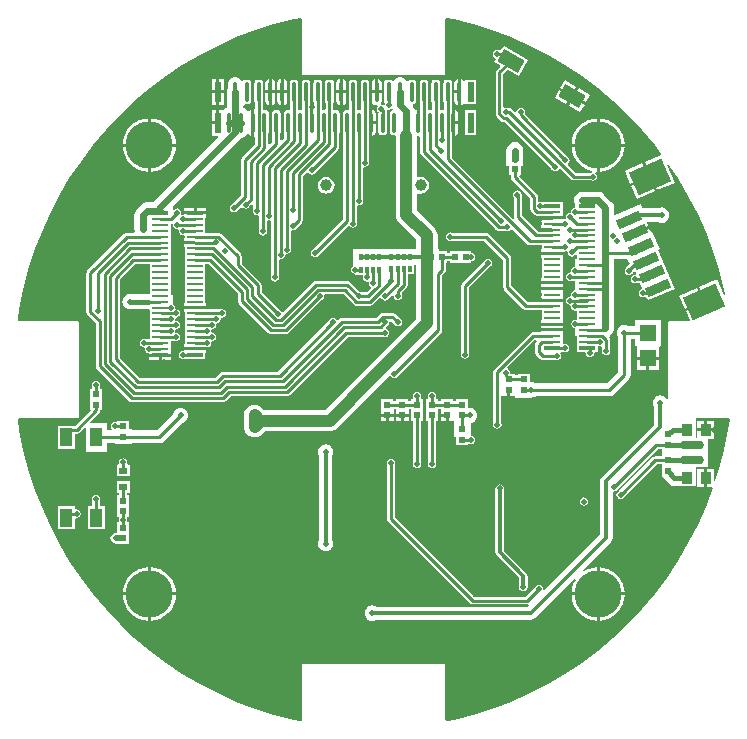
<source format=gtl>
%FSLAX44Y44*%
%MOMM*%
G71*
G01*
G75*
G04 Layer_Physical_Order=1*
G04 Layer_Color=255*
%ADD10R,0.6000X0.5000*%
%ADD11R,0.5000X0.6000*%
%ADD12R,0.7000X0.6000*%
%ADD13R,1.0000X1.6000*%
G04:AMPARAMS|DCode=14|XSize=3mm|YSize=2.1mm|CornerRadius=0mm|HoleSize=0mm|Usage=FLASHONLY|Rotation=203.500|XOffset=0mm|YOffset=0mm|HoleType=Round|Shape=Rectangle|*
%AMROTATEDRECTD14*
4,1,4,0.9569,1.5610,1.7943,-0.3648,-0.9569,-1.5610,-1.7943,0.3648,0.9569,1.5610,0.0*
%
%ADD14ROTATEDRECTD14*%

G04:AMPARAMS|DCode=15|XSize=2.1mm|YSize=0.8mm|CornerRadius=0mm|HoleSize=0mm|Usage=FLASHONLY|Rotation=203.500|XOffset=0mm|YOffset=0mm|HoleType=Round|Shape=Rectangle|*
%AMROTATEDRECTD15*
4,1,4,0.8034,0.7855,1.1224,0.0519,-0.8034,-0.7855,-1.1224,-0.0519,0.8034,0.7855,0.0*
%
%ADD15ROTATEDRECTD15*%

G04:AMPARAMS|DCode=16|XSize=2mm|YSize=1.2mm|CornerRadius=0mm|HoleSize=0mm|Usage=FLASHONLY|Rotation=150.000|XOffset=0mm|YOffset=0mm|HoleType=Round|Shape=Rectangle|*
%AMROTATEDRECTD16*
4,1,4,1.1660,0.0196,0.5660,-1.0196,-1.1660,-0.0196,-0.5660,1.0196,1.1660,0.0196,0.0*
%
%ADD16ROTATEDRECTD16*%

%ADD17R,1.3500X0.3000*%
%ADD18R,1.3500X0.2500*%
%ADD19R,0.5000X1.7000*%
G04:AMPARAMS|DCode=20|XSize=0.32mm|YSize=1.7mm|CornerRadius=0.08mm|HoleSize=0mm|Usage=FLASHONLY|Rotation=0.000|XOffset=0mm|YOffset=0mm|HoleType=Round|Shape=RoundedRectangle|*
%AMROUNDEDRECTD20*
21,1,0.3200,1.5400,0,0,0.0*
21,1,0.1600,1.7000,0,0,0.0*
1,1,0.1600,0.0800,-0.7700*
1,1,0.1600,-0.0800,-0.7700*
1,1,0.1600,-0.0800,0.7700*
1,1,0.1600,0.0800,0.7700*
%
%ADD20ROUNDEDRECTD20*%
%ADD21R,0.4064X0.5500*%
%ADD22R,0.3048X0.5500*%
%ADD23R,1.3970X1.3970*%
%ADD24R,0.8890X1.0160*%
%ADD25C,0.2540*%
%ADD26C,1.0000*%
%ADD27C,0.6000*%
%ADD28C,0.4000*%
%ADD29C,0.3000*%
%ADD30C,0.5000*%
G04:AMPARAMS|DCode=31|XSize=4mm|YSize=4mm|CornerRadius=2mm|HoleSize=0mm|Usage=FLASHONLY|Rotation=0.000|XOffset=0mm|YOffset=0mm|HoleType=Round|Shape=RoundedRectangle|*
%AMROUNDEDRECTD31*
21,1,4.0000,0.0000,0,0,0.0*
21,1,0.0000,4.0000,0,0,0.0*
1,1,4.0000,0.0000,0.0000*
1,1,4.0000,0.0000,0.0000*
1,1,4.0000,0.0000,0.0000*
1,1,4.0000,0.0000,0.0000*
%
%ADD31ROUNDEDRECTD31*%
%ADD32O,2.0000X0.7500*%
%ADD33C,1.0000*%
%ADD34C,0.5000*%
G36*
X-60698Y297114D02*
Y250000D01*
X-60494Y249506D01*
X-60000Y249302D01*
X60000D01*
X60494Y249506D01*
X60698Y250000D01*
Y297114D01*
X61680Y297919D01*
X67724Y296717D01*
X84254Y292453D01*
X100520Y287269D01*
X116469Y281181D01*
X132051Y274208D01*
X147219Y266372D01*
X161923Y257699D01*
X176117Y248214D01*
X189758Y237949D01*
X202801Y226935D01*
X215206Y215206D01*
X226935Y202801D01*
X237949Y189758D01*
X243280Y182674D01*
X242956Y181446D01*
X229742Y175700D01*
X234941Y163741D01*
X240141Y151783D01*
X255061Y158271D01*
X248436Y173508D01*
X249551Y174117D01*
X257699Y161923D01*
X266372Y147219D01*
X274208Y132051D01*
X281181Y116469D01*
X287269Y100520D01*
X292453Y84254D01*
X296717Y67724D01*
X297482Y63876D01*
X296270Y63497D01*
X290678Y76359D01*
X275757Y69871D01*
X280957Y57913D01*
X279792Y57406D01*
X280299Y56242D01*
X264214Y49247D01*
X267469Y41760D01*
X266773Y40698D01*
X250000D01*
X249506Y40494D01*
X249302Y40000D01*
Y-24473D01*
X248099Y-24881D01*
X247206Y-23717D01*
X245848Y-22675D01*
X244267Y-22020D01*
X242570Y-21796D01*
X240873Y-22020D01*
X239292Y-22675D01*
X237934Y-23717D01*
X236892Y-25075D01*
X236237Y-26656D01*
X236014Y-28352D01*
X236237Y-30049D01*
X236892Y-31630D01*
X236962Y-31722D01*
Y-46627D01*
X192885Y-90705D01*
X191669Y-92524D01*
X191242Y-94670D01*
Y-139940D01*
X144196Y-186986D01*
X143076Y-186388D01*
X143269Y-185420D01*
X142997Y-184054D01*
X142223Y-182897D01*
X141066Y-182123D01*
X139700Y-181851D01*
X138334Y-182123D01*
X137177Y-182897D01*
X136509Y-183896D01*
X128159Y-192246D01*
X85201D01*
X17884Y-124929D01*
Y-80441D01*
X18119Y-79262D01*
X17847Y-77896D01*
X17073Y-76738D01*
X15916Y-75965D01*
X14550Y-75693D01*
X13184Y-75965D01*
X12027Y-76738D01*
X11253Y-77896D01*
X10981Y-79262D01*
X11216Y-80441D01*
Y-126310D01*
X11470Y-127586D01*
X12192Y-128667D01*
X12192Y-128667D01*
X12192Y-128668D01*
X81462Y-197938D01*
X81462D01*
X81462Y-197938D01*
X81462D01*
X81462Y-197938D01*
Y-197938D01*
X81462Y-197938D01*
Y-197938D01*
X82544Y-198660D01*
X83820Y-198914D01*
X129540D01*
X130800Y-198663D01*
X131399Y-199783D01*
X130540Y-200642D01*
X2099D01*
X2008Y-200572D01*
X427Y-199917D01*
X-1270Y-199694D01*
X-2967Y-199917D01*
X-4548Y-200572D01*
X-5906Y-201614D01*
X-6948Y-202972D01*
X-7603Y-204553D01*
X-7826Y-206250D01*
X-7603Y-207947D01*
X-6948Y-209528D01*
X-5906Y-210886D01*
X-4548Y-211928D01*
X-2967Y-212583D01*
X-1270Y-212806D01*
X427Y-212583D01*
X2008Y-211928D01*
X2099Y-211858D01*
X132863D01*
X135009Y-211431D01*
X136828Y-210215D01*
X169878Y-177166D01*
X170898Y-177922D01*
X169075Y-181333D01*
X167786Y-185581D01*
X167476Y-188730D01*
X188730D01*
Y-167476D01*
X185581Y-167786D01*
X181333Y-169075D01*
X177922Y-170898D01*
X177166Y-169878D01*
X200815Y-146228D01*
X200815Y-146228D01*
X200815Y-146228D01*
X202031Y-144409D01*
X202458Y-142263D01*
Y-103816D01*
X203440Y-103010D01*
X203529Y-103028D01*
X204895Y-102756D01*
X206052Y-101983D01*
X206720Y-100983D01*
X240367Y-67337D01*
X243840D01*
Y-73446D01*
X238180D01*
X236904Y-73700D01*
X235823Y-74422D01*
X207447Y-102797D01*
X206448Y-103465D01*
X205674Y-104623D01*
X205403Y-105989D01*
X205674Y-107354D01*
X206448Y-108512D01*
X207606Y-109285D01*
X208971Y-109557D01*
X210337Y-109285D01*
X211495Y-108512D01*
X212163Y-107513D01*
X239561Y-80114D01*
X243840D01*
Y-90563D01*
X251797Y-98520D01*
X272521D01*
Y-82367D01*
X283210D01*
Y-58420D01*
X288036D01*
Y-52070D01*
X274066D01*
Y-57754D01*
X272521D01*
Y-40698D01*
X300531D01*
X301364Y-41657D01*
X300048Y-50980D01*
X296717Y-67724D01*
X292453Y-84254D01*
X289291Y-94175D01*
X288036Y-93980D01*
Y-83820D01*
X282321D01*
Y-91440D01*
Y-99060D01*
X286658D01*
X287407Y-100085D01*
X287269Y-100520D01*
X281181Y-116469D01*
X274208Y-132051D01*
X266372Y-147219D01*
X257699Y-161923D01*
X248214Y-176117D01*
X237949Y-189758D01*
X226935Y-202801D01*
X215206Y-215206D01*
X202801Y-226935D01*
X189758Y-237949D01*
X176117Y-248214D01*
X161923Y-257699D01*
X147219Y-266372D01*
X132051Y-274208D01*
X116469Y-281181D01*
X100520Y-287269D01*
X84254Y-292453D01*
X67724Y-296717D01*
X61680Y-297919D01*
X60698Y-297114D01*
Y-250000D01*
X60494Y-249506D01*
X60000Y-249302D01*
X-60000D01*
X-60494Y-249506D01*
X-60698Y-250000D01*
Y-297114D01*
X-61680Y-297919D01*
X-67724Y-296717D01*
X-84254Y-292453D01*
X-100520Y-287269D01*
X-116469Y-281181D01*
X-132051Y-274208D01*
X-147219Y-266372D01*
X-161923Y-257699D01*
X-176117Y-248214D01*
X-189758Y-237949D01*
X-202801Y-226935D01*
X-215206Y-215206D01*
X-226935Y-202801D01*
X-237949Y-189758D01*
X-248214Y-176117D01*
X-257699Y-161923D01*
X-266372Y-147219D01*
X-274208Y-132051D01*
X-281181Y-116469D01*
X-287269Y-100520D01*
X-292453Y-84254D01*
X-296717Y-67724D01*
X-300048Y-50980D01*
X-301364Y-41657D01*
X-300531Y-40698D01*
X-250000D01*
X-249506Y-40494D01*
X-249302Y-40000D01*
Y40000D01*
X-249506Y40494D01*
X-250000Y40698D01*
X-300531D01*
X-301364Y41657D01*
X-300048Y50980D01*
X-296717Y67724D01*
X-292453Y84254D01*
X-287269Y100520D01*
X-281181Y116469D01*
X-274208Y132051D01*
X-266372Y147219D01*
X-257699Y161923D01*
X-248214Y176117D01*
X-237949Y189758D01*
X-226935Y202801D01*
X-215206Y215206D01*
X-202801Y226935D01*
X-189758Y237949D01*
X-176117Y248214D01*
X-161923Y257699D01*
X-147219Y266372D01*
X-132051Y274208D01*
X-116469Y281181D01*
X-100520Y287269D01*
X-84254Y292453D01*
X-67724Y296717D01*
X-61680Y297919D01*
X-60698Y297114D01*
D02*
G37*
%LPC*%
G36*
X-171460Y10980D02*
X-179480D01*
Y8210D01*
X-171460D01*
Y10980D01*
D02*
G37*
G36*
X-141960Y16230D02*
X-160789D01*
X-161290Y15819D01*
X-162656Y15547D01*
X-163813Y14773D01*
X-164587Y13616D01*
X-164859Y12250D01*
X-164587Y10884D01*
X-163813Y9727D01*
X-162656Y8953D01*
X-161290Y8681D01*
X-160945Y8750D01*
X-160000Y8750D01*
Y8750D01*
X-142500D01*
Y13710D01*
X-141960D01*
Y16230D01*
D02*
G37*
G36*
X160540Y37230D02*
X141960D01*
Y34770D01*
X160540D01*
Y37230D01*
D02*
G37*
G36*
X96425Y93441D02*
X95059Y93169D01*
X93901Y92396D01*
X93233Y91396D01*
X75113Y73275D01*
X74390Y72194D01*
X74136Y70918D01*
Y13879D01*
X73901Y12700D01*
X74173Y11334D01*
X74947Y10177D01*
X76104Y9403D01*
X77470Y9131D01*
X78836Y9403D01*
X79993Y10177D01*
X80767Y11334D01*
X81039Y12700D01*
X80804Y13879D01*
Y69537D01*
X97948Y86681D01*
X98948Y87349D01*
X99721Y88507D01*
X99993Y89872D01*
X99721Y91238D01*
X98948Y92396D01*
X97790Y93169D01*
X96425Y93441D01*
D02*
G37*
G36*
X-182020Y10980D02*
X-190040D01*
Y8210D01*
X-182020D01*
Y10980D01*
D02*
G37*
G36*
X60960Y-40060D02*
X56690D01*
Y-43830D01*
X60960D01*
Y-40060D01*
D02*
G37*
G36*
X29670D02*
X25400D01*
Y-43830D01*
X29670D01*
Y-40060D01*
D02*
G37*
G36*
X36490Y-19032D02*
X35124Y-19304D01*
X33966Y-20077D01*
X33193Y-21235D01*
X32921Y-22601D01*
X33156Y-23779D01*
Y-25290D01*
X31830D01*
Y-26456D01*
X29130D01*
Y-25290D01*
X19130D01*
Y-26456D01*
X16430D01*
Y-25290D01*
X6430D01*
Y-33750D01*
X5890D01*
Y-37520D01*
X16970D01*
Y-33750D01*
D01*
Y-33750D01*
X17596Y-33124D01*
X18590D01*
Y-33750D01*
X18590D01*
Y-37520D01*
X29670D01*
Y-33750D01*
D01*
Y-33750D01*
X30296Y-33124D01*
X31830D01*
Y-34290D01*
Y-43290D01*
X33496D01*
Y-78831D01*
X33261Y-80010D01*
X33533Y-81376D01*
X34307Y-82533D01*
X35464Y-83307D01*
X36830Y-83579D01*
X38196Y-83307D01*
X39353Y-82533D01*
X40127Y-81376D01*
X40399Y-80010D01*
X40164Y-78831D01*
Y-43290D01*
X41830D01*
Y-34290D01*
Y-25290D01*
X39824D01*
Y-23779D01*
X40058Y-22601D01*
X39786Y-21235D01*
X39013Y-20077D01*
X37855Y-19304D01*
X36490Y-19032D01*
D02*
G37*
G36*
X241532Y8255D02*
X233277D01*
Y0D01*
X241532D01*
Y8255D01*
D02*
G37*
G36*
X230737D02*
X222482D01*
Y0D01*
X230737D01*
Y8255D01*
D02*
G37*
G36*
X242992Y42100D02*
X221022D01*
Y36488D01*
X215765D01*
X215368Y36793D01*
X213787Y37448D01*
X212090Y37671D01*
X210393Y37448D01*
X208812Y36793D01*
X207454Y35751D01*
X206412Y34393D01*
X205757Y32812D01*
X205534Y31115D01*
X205757Y29418D01*
X206412Y27837D01*
X206717Y27440D01*
Y-2274D01*
X197164Y-11827D01*
X137025D01*
X136628Y-11522D01*
X135047Y-10867D01*
X134000Y-10730D01*
Y-10700D01*
X133776D01*
X133350Y-10644D01*
X132955Y-10696D01*
X132000Y-9859D01*
Y-3700D01*
X122000D01*
Y-4866D01*
X119300D01*
Y-3700D01*
X116199D01*
X115393Y-2718D01*
X115429Y-2540D01*
X115157Y-1174D01*
X114383Y-17D01*
X113361Y666D01*
X113237Y1930D01*
X136473Y25166D01*
X137781D01*
X138268Y23993D01*
X137632Y23357D01*
X136909Y22275D01*
X136656Y21000D01*
Y14950D01*
X136909Y13675D01*
X137632Y12593D01*
X141152Y9072D01*
X142234Y8350D01*
X143510Y8096D01*
X153761D01*
X154940Y7861D01*
X156306Y8133D01*
X157463Y8907D01*
X158237Y10064D01*
X158509Y11430D01*
X158237Y12796D01*
X157679Y13630D01*
X158278Y14750D01*
X160000D01*
Y14916D01*
X160731D01*
X161910Y14681D01*
X163276Y14953D01*
X164433Y15727D01*
X165207Y16884D01*
X165479Y18250D01*
X165207Y19616D01*
X164433Y20773D01*
X163276Y21547D01*
X161910Y21819D01*
X160982Y21634D01*
X160000Y22440D01*
Y25250D01*
Y29710D01*
X160540D01*
Y32230D01*
X141960D01*
Y31834D01*
X135091D01*
X133816Y31580D01*
X132734Y30858D01*
X102256Y380D01*
X101534Y-702D01*
X101280Y-1978D01*
Y-45431D01*
X101045Y-46610D01*
X101317Y-47975D01*
X102091Y-49133D01*
X103248Y-49907D01*
X104614Y-50178D01*
X105980Y-49907D01*
X107137Y-49133D01*
X107911Y-47975D01*
X108183Y-46610D01*
X107948Y-45431D01*
Y-22240D01*
X108760D01*
Y-22240D01*
X113030D01*
Y-17200D01*
X115570D01*
Y-22240D01*
X119840D01*
D01*
X119840D01*
X120000Y-22400D01*
Y-23700D01*
X132924D01*
X133350Y-23756D01*
X133776Y-23700D01*
X134000D01*
Y-23670D01*
X135047Y-23533D01*
X136628Y-22878D01*
X137025Y-22573D01*
X199390D01*
X201446Y-22164D01*
X203190Y-20999D01*
X203190Y-21000D01*
X203190Y-20999D01*
X215889Y-8299D01*
X215889Y-8299D01*
X215889Y-8299D01*
X217054Y-6556D01*
X217463Y-4500D01*
Y25742D01*
X221022D01*
Y20130D01*
X222482D01*
Y19050D01*
X222482D01*
Y10795D01*
X241532D01*
Y19050D01*
X241532D01*
Y19232D01*
X242430Y20130D01*
X242992D01*
Y42100D01*
D02*
G37*
G36*
X119380Y192480D02*
X117553Y192240D01*
X115850Y191535D01*
X114388Y190412D01*
X113265Y188950D01*
X112560Y187247D01*
X112320Y185420D01*
Y178490D01*
X112380Y178031D01*
Y171990D01*
X114380D01*
Y164990D01*
X116046D01*
Y162878D01*
X116300Y161602D01*
X117022Y160520D01*
X132546Y144997D01*
Y136085D01*
X132800Y134809D01*
X133523Y133727D01*
X136107Y131143D01*
X137189Y130420D01*
X138465Y130166D01*
X141960D01*
Y129770D01*
X160540D01*
Y132290D01*
X160000D01*
Y135250D01*
Y142250D01*
X142500D01*
Y142084D01*
X141829D01*
X140650Y142319D01*
X140196Y142228D01*
X139214Y143034D01*
Y146377D01*
X138960Y147653D01*
X138237Y148735D01*
X123156Y163817D01*
X123642Y164990D01*
X124380D01*
Y171990D01*
X126380D01*
Y178031D01*
X126440Y178490D01*
Y185420D01*
X126200Y187247D01*
X125494Y188950D01*
X124372Y190412D01*
X122910Y191535D01*
X121207Y192240D01*
X119380Y192480D01*
D02*
G37*
G36*
X160540Y97230D02*
X141960D01*
Y94710D01*
X142500D01*
Y90250D01*
Y85250D01*
Y80250D01*
Y77290D01*
X141960D01*
Y74770D01*
X160540D01*
Y77290D01*
X160000D01*
Y80250D01*
Y85250D01*
Y90250D01*
Y94710D01*
X160540D01*
Y97230D01*
D02*
G37*
G36*
X-152520Y136790D02*
X-160540D01*
Y134020D01*
X-152520D01*
Y136790D01*
D02*
G37*
G36*
X233118Y161564D02*
X218198Y155076D01*
X222891Y144283D01*
X237812Y150770D01*
X233118Y161564D01*
D02*
G37*
G36*
X-141960Y136790D02*
X-149980D01*
Y134020D01*
X-141960D01*
Y136790D01*
D02*
G37*
G36*
Y51230D02*
X-160540D01*
Y48710D01*
X-160000D01*
Y44250D01*
Y39250D01*
Y34250D01*
Y29250D01*
Y24250D01*
Y21290D01*
X-160540D01*
Y18770D01*
X-141177D01*
X-140978Y18933D01*
X-140970Y18931D01*
X-139604Y19203D01*
X-138447Y19977D01*
X-137673Y21134D01*
X-137401Y22500D01*
X-137423Y22609D01*
X-137160Y23931D01*
X-135794Y24203D01*
X-134637Y24977D01*
X-133863Y26134D01*
X-133591Y27500D01*
X-133863Y28866D01*
X-134637Y30023D01*
X-135794Y30797D01*
X-137160Y31069D01*
X-137423Y32391D01*
X-137401Y32500D01*
X-137423Y32609D01*
X-137160Y33931D01*
X-135794Y34203D01*
X-134637Y34977D01*
X-133863Y36134D01*
X-133591Y37500D01*
X-133678Y37935D01*
X-132972Y38991D01*
X-131904Y39203D01*
X-130747Y39977D01*
X-129973Y41134D01*
X-129701Y42500D01*
X-129827Y43130D01*
X-128929Y44028D01*
X-128445Y43931D01*
X-127080Y44203D01*
X-125922Y44977D01*
X-125148Y46134D01*
X-124877Y47500D01*
X-125148Y48866D01*
X-125922Y50023D01*
X-127080Y50797D01*
X-128445Y51069D01*
X-129624Y50834D01*
X-141960D01*
Y51230D01*
D02*
G37*
G36*
X64770Y116069D02*
X63404Y115797D01*
X62247Y115023D01*
X61473Y113866D01*
X61201Y112500D01*
X61473Y111134D01*
X62247Y109977D01*
X63404Y109203D01*
X64770Y108931D01*
X65949Y109166D01*
X93599D01*
X109696Y93069D01*
Y69599D01*
X109950Y68323D01*
X110673Y67242D01*
X110672Y67242D01*
X110673Y67242D01*
X126772Y51143D01*
X127853Y50420D01*
X129129Y50166D01*
X142500D01*
Y45250D01*
Y42290D01*
X141960D01*
Y39770D01*
X160540D01*
Y42290D01*
X160000D01*
Y45250D01*
Y50250D01*
Y54710D01*
X160540D01*
Y57230D01*
X141960D01*
Y56834D01*
X130510D01*
X116364Y70980D01*
Y94450D01*
X116110Y95726D01*
X115388Y96807D01*
X97338Y114858D01*
X96256Y115580D01*
X94980Y115834D01*
X65949D01*
X64770Y116069D01*
D02*
G37*
G36*
X273428Y68858D02*
X258507Y62371D01*
X263201Y51577D01*
X278121Y58064D01*
X273428Y68858D01*
D02*
G37*
G36*
X160540Y72230D02*
X141960D01*
Y69770D01*
X160540D01*
Y72230D01*
D02*
G37*
G36*
Y67230D02*
X141960D01*
Y64710D01*
X142500D01*
Y62290D01*
X141960D01*
Y59770D01*
X160540D01*
Y62290D01*
X160000D01*
Y64710D01*
X160540D01*
Y67230D01*
D02*
G37*
G36*
X106629Y-97155D02*
X105264Y-97427D01*
X104106Y-98201D01*
X103332Y-99358D01*
X103061Y-100724D01*
Y-154889D01*
X103061Y-154889D01*
X103061D01*
X103332Y-156255D01*
X104106Y-157413D01*
X123113Y-176419D01*
Y-184150D01*
X123384Y-185516D01*
X124158Y-186673D01*
X125316Y-187447D01*
X126681Y-187719D01*
X128047Y-187447D01*
X129205Y-186673D01*
X129978Y-185516D01*
X130250Y-184150D01*
Y-174941D01*
X129978Y-173575D01*
X129205Y-172418D01*
X110198Y-153411D01*
Y-100724D01*
X109926Y-99358D01*
X109153Y-98201D01*
X107995Y-97427D01*
X106629Y-97155D01*
D02*
G37*
G36*
X191270Y-167476D02*
Y-188730D01*
X212524D01*
X212214Y-185581D01*
X210925Y-181333D01*
X208832Y-177417D01*
X206015Y-173985D01*
X202583Y-171168D01*
X198667Y-169075D01*
X194419Y-167786D01*
X191270Y-167476D01*
D02*
G37*
G36*
X-40640Y-63294D02*
X-42337Y-63517D01*
X-43918Y-64172D01*
X-45276Y-65214D01*
X-46318Y-66572D01*
X-46973Y-68153D01*
X-47196Y-69850D01*
X-46973Y-71547D01*
X-46318Y-73128D01*
X-46248Y-73219D01*
Y-143951D01*
X-46318Y-144042D01*
X-46973Y-145623D01*
X-47196Y-147320D01*
X-46973Y-149017D01*
X-46318Y-150598D01*
X-45276Y-151956D01*
X-43918Y-152998D01*
X-42337Y-153653D01*
X-40640Y-153876D01*
X-38943Y-153653D01*
X-37362Y-152998D01*
X-36004Y-151956D01*
X-34962Y-150598D01*
X-34307Y-149017D01*
X-34084Y-147320D01*
X-34307Y-145623D01*
X-34962Y-144042D01*
X-35032Y-143951D01*
Y-73219D01*
X-34962Y-73128D01*
X-34307Y-71547D01*
X-34084Y-69850D01*
X-34307Y-68153D01*
X-34962Y-66572D01*
X-36004Y-65214D01*
X-37362Y-64172D01*
X-38943Y-63517D01*
X-40640Y-63294D01*
D02*
G37*
G36*
X-234950Y-106040D02*
X-236316Y-106312D01*
X-237473Y-107086D01*
X-238247Y-108243D01*
X-238519Y-109609D01*
X-238284Y-110788D01*
Y-115440D01*
X-241950D01*
Y-135440D01*
X-227950D01*
Y-115440D01*
X-231616D01*
Y-110788D01*
X-231381Y-109609D01*
X-231653Y-108243D01*
X-232427Y-107086D01*
X-233584Y-106312D01*
X-234950Y-106040D01*
D02*
G37*
G36*
X-206590Y-94721D02*
X-217590D01*
Y-104721D01*
X-215424D01*
Y-106570D01*
X-217090D01*
Y-115570D01*
Y-124570D01*
X-215475D01*
Y-125821D01*
X-215709Y-127000D01*
X-215475Y-128179D01*
Y-129430D01*
X-217090D01*
Y-138342D01*
X-218360D01*
X-220116Y-138691D01*
X-221604Y-139686D01*
X-222599Y-141174D01*
X-222948Y-142930D01*
X-222599Y-144686D01*
X-221604Y-146174D01*
X-220116Y-147169D01*
X-218360Y-147518D01*
X-212090D01*
X-211647Y-147430D01*
X-207090D01*
Y-138430D01*
Y-129430D01*
X-208807D01*
Y-128179D01*
X-208572Y-127000D01*
X-208807Y-125821D01*
Y-124570D01*
X-207090D01*
Y-115570D01*
Y-106570D01*
X-208756D01*
Y-104721D01*
X-206590D01*
Y-94721D01*
D02*
G37*
G36*
X-188730Y-167476D02*
Y-188730D01*
X-167476D01*
X-167786Y-185581D01*
X-169075Y-181333D01*
X-171168Y-177417D01*
X-173985Y-173985D01*
X-177417Y-171168D01*
X-181333Y-169075D01*
X-185581Y-167786D01*
X-188730Y-167476D01*
D02*
G37*
G36*
X-167476Y-191270D02*
X-188730D01*
Y-212524D01*
X-185581Y-212214D01*
X-181333Y-210925D01*
X-177417Y-208832D01*
X-173985Y-206015D01*
X-171168Y-202583D01*
X-169075Y-198667D01*
X-167786Y-194419D01*
X-167476Y-191270D01*
D02*
G37*
G36*
X-191270D02*
X-212524D01*
X-212214Y-194419D01*
X-210925Y-198667D01*
X-208832Y-202583D01*
X-206015Y-206015D01*
X-202583Y-208832D01*
X-198667Y-210925D01*
X-194419Y-212214D01*
X-191270Y-212524D01*
Y-191270D01*
D02*
G37*
G36*
X188730D02*
X167476D01*
X167786Y-194419D01*
X169075Y-198667D01*
X171168Y-202583D01*
X173985Y-206015D01*
X177417Y-208832D01*
X181333Y-210925D01*
X185581Y-212214D01*
X188730Y-212524D01*
Y-191270D01*
D02*
G37*
G36*
X-191270Y-167476D02*
X-194419Y-167786D01*
X-198667Y-169075D01*
X-202583Y-171168D01*
X-206015Y-173985D01*
X-208832Y-177417D01*
X-210925Y-181333D01*
X-212214Y-185581D01*
X-212524Y-188730D01*
X-191270D01*
Y-167476D01*
D02*
G37*
G36*
X212524Y-191270D02*
X191270D01*
Y-212524D01*
X194419Y-212214D01*
X198667Y-210925D01*
X202583Y-208832D01*
X206015Y-206015D01*
X208832Y-202583D01*
X210925Y-198667D01*
X212214Y-194419D01*
X212524Y-191270D01*
D02*
G37*
G36*
X-234950Y-9610D02*
X-236316Y-9882D01*
X-237473Y-10655D01*
X-238247Y-11813D01*
X-238519Y-13179D01*
X-238284Y-14358D01*
Y-16290D01*
X-239950D01*
Y-25290D01*
Y-34290D01*
X-239950Y-34290D01*
X-239950D01*
X-239807Y-34634D01*
X-252613Y-47440D01*
X-253350Y-47440D01*
Y-47440D01*
X-267350D01*
Y-67440D01*
X-253350D01*
Y-54336D01*
X-251460D01*
X-250184Y-54082D01*
X-249102Y-53359D01*
X-245123Y-49380D01*
X-243950Y-49866D01*
Y-69440D01*
X-225950D01*
Y-62233D01*
X-219090D01*
Y-63360D01*
X-205090D01*
Y-62233D01*
X-181511D01*
X-179455Y-61824D01*
X-177711Y-60659D01*
X-177711Y-60659D01*
X-177711Y-60659D01*
X-162369Y-45317D01*
X-161873Y-45252D01*
X-160292Y-44597D01*
X-158934Y-43555D01*
X-157892Y-42197D01*
X-157237Y-40616D01*
X-157014Y-38919D01*
X-157237Y-37222D01*
X-157892Y-35641D01*
X-158934Y-34283D01*
X-160292Y-33241D01*
X-161873Y-32586D01*
X-163570Y-32363D01*
X-165267Y-32586D01*
X-166848Y-33241D01*
X-168206Y-34283D01*
X-169247Y-35641D01*
X-169902Y-37222D01*
X-169968Y-37718D01*
X-183736Y-51487D01*
X-205090D01*
Y-50360D01*
X-207090D01*
Y-43360D01*
X-217090D01*
Y-43639D01*
X-218072Y-44444D01*
X-218840Y-44291D01*
X-220206Y-44563D01*
X-221363Y-45337D01*
X-222137Y-46494D01*
X-222409Y-47860D01*
X-222137Y-49226D01*
X-221374Y-50367D01*
X-221464Y-50533D01*
X-222101Y-51487D01*
X-225950D01*
Y-45440D01*
X-239524D01*
X-240010Y-44267D01*
X-232593Y-36849D01*
X-232592Y-36849D01*
X-232593Y-36849D01*
X-231870Y-35768D01*
X-231616Y-34492D01*
Y-34290D01*
X-229950D01*
Y-25290D01*
Y-16290D01*
X-231616D01*
Y-14358D01*
X-231381Y-13179D01*
X-231653Y-11813D01*
X-232427Y-10655D01*
X-233584Y-9882D01*
X-234950Y-9610D01*
D02*
G37*
G36*
X288036Y-43180D02*
X282321D01*
Y-49530D01*
X288036D01*
Y-43180D01*
D02*
G37*
G36*
X10160Y-40060D02*
X5890D01*
Y-43830D01*
X10160D01*
Y-40060D01*
D02*
G37*
G36*
X22860D02*
X18590D01*
Y-43830D01*
X22860D01*
Y-40060D01*
D02*
G37*
G36*
X16970D02*
X12700D01*
Y-43830D01*
X16970D01*
Y-40060D01*
D02*
G37*
G36*
X279781Y-43180D02*
X274066D01*
Y-49530D01*
X279781D01*
Y-43180D01*
D02*
G37*
G36*
X177870Y-108191D02*
X176504Y-108463D01*
X175347Y-109237D01*
X174573Y-110394D01*
X174301Y-111760D01*
X174573Y-113126D01*
X175347Y-114283D01*
X176504Y-115057D01*
X177870Y-115329D01*
X179236Y-115057D01*
X180393Y-114283D01*
X181167Y-113126D01*
X181439Y-111760D01*
X181167Y-110394D01*
X180393Y-109237D01*
X179236Y-108463D01*
X177870Y-108191D01*
D02*
G37*
G36*
X-253350Y-115440D02*
X-267350D01*
Y-135440D01*
X-253350D01*
Y-126140D01*
X-252368Y-125334D01*
X-251591Y-125489D01*
X-250225Y-125217D01*
X-249067Y-124443D01*
X-248294Y-123286D01*
X-248022Y-121920D01*
X-248294Y-120554D01*
X-249067Y-119397D01*
X-250225Y-118623D01*
X-251591Y-118351D01*
X-252368Y-118506D01*
X-253350Y-117700D01*
Y-115440D01*
D02*
G37*
G36*
X279781Y-83820D02*
X274066D01*
Y-99060D01*
X279781D01*
Y-91440D01*
Y-83820D01*
D02*
G37*
G36*
X49530Y-19032D02*
X48164Y-19304D01*
X47007Y-20077D01*
X46233Y-21235D01*
X45961Y-22601D01*
X46196Y-23779D01*
Y-25290D01*
X44530D01*
Y-34290D01*
Y-43290D01*
X46196D01*
Y-78831D01*
X45961Y-80010D01*
X46233Y-81376D01*
X47007Y-82533D01*
X48164Y-83307D01*
X49530Y-83579D01*
X50896Y-83307D01*
X52053Y-82533D01*
X52827Y-81376D01*
X53099Y-80010D01*
X52864Y-78831D01*
Y-43290D01*
X54530D01*
Y-34290D01*
Y-33124D01*
X56690D01*
Y-33750D01*
X56690D01*
Y-37520D01*
X62230D01*
Y-38790D01*
X63500D01*
Y-43830D01*
X67770D01*
D01*
X67770D01*
X67930Y-43990D01*
Y-45290D01*
Y-57003D01*
X69930D01*
Y-64003D01*
X79930D01*
Y-62837D01*
X81184D01*
X82363Y-63071D01*
X83728Y-62800D01*
X84886Y-62026D01*
X85660Y-60868D01*
X85931Y-59503D01*
X85660Y-58137D01*
X84886Y-56979D01*
X83728Y-56206D01*
X82363Y-55934D01*
X81930Y-55579D01*
Y-45389D01*
X82977Y-45252D01*
X84558Y-44597D01*
X85916Y-43555D01*
X86958Y-42197D01*
X87613Y-40616D01*
X87836Y-38919D01*
X87613Y-37222D01*
X86958Y-35641D01*
X85916Y-34283D01*
X84558Y-33241D01*
X82977Y-32586D01*
X81930Y-32448D01*
Y-32290D01*
X79930D01*
Y-25290D01*
X69930D01*
Y-26456D01*
X67230D01*
Y-25290D01*
X57230D01*
Y-26456D01*
X54530D01*
Y-25290D01*
X52864D01*
Y-23779D01*
X53099Y-22601D01*
X52827Y-21235D01*
X52053Y-20077D01*
X50896Y-19304D01*
X49530Y-19032D01*
D02*
G37*
G36*
X-212141Y-75121D02*
X-213506Y-75392D01*
X-214664Y-76166D01*
X-215438Y-77324D01*
X-215709Y-78689D01*
X-215540Y-79540D01*
X-216346Y-80521D01*
X-217590D01*
Y-90521D01*
X-206590D01*
Y-80521D01*
X-207936D01*
X-208741Y-79540D01*
X-208572Y-78689D01*
X-208844Y-77324D01*
X-209617Y-76166D01*
X-210775Y-75392D01*
X-212141Y-75121D01*
D02*
G37*
G36*
X173591Y238141D02*
X169956Y231845D01*
X179716Y226210D01*
X183351Y232506D01*
X173591Y238141D01*
D02*
G37*
G36*
X156726Y236550D02*
X153091Y230254D01*
X162851Y224619D01*
X166486Y230915D01*
X156726Y236550D01*
D02*
G37*
G36*
X161631Y245046D02*
X157996Y238750D01*
X167756Y233115D01*
X171391Y239411D01*
X161631Y245046D01*
D02*
G37*
G36*
X-126960Y246040D02*
X-130730D01*
Y236270D01*
X-126960D01*
Y246040D01*
D02*
G37*
G36*
X-133270D02*
X-137040D01*
Y236270D01*
X-133270D01*
Y246040D01*
D02*
G37*
G36*
X73770Y246012D02*
Y235000D01*
Y223988D01*
X74603Y224154D01*
X75708Y224892D01*
X76285Y225755D01*
X77500Y225386D01*
Y224500D01*
X86500D01*
Y245500D01*
X77500D01*
Y244614D01*
X76285Y244245D01*
X75708Y245108D01*
X74603Y245846D01*
X73770Y246012D01*
D02*
G37*
G36*
X-73295Y233730D02*
X-76230D01*
Y223988D01*
X-75397Y224154D01*
X-74292Y224892D01*
X-73554Y225997D01*
X-73295Y227300D01*
Y233730D01*
D02*
G37*
G36*
X-78770D02*
X-81705D01*
Y227300D01*
X-81446Y225997D01*
X-80708Y224892D01*
X-79603Y224154D01*
X-78770Y223988D01*
Y233730D01*
D02*
G37*
G36*
X-28770D02*
X-31705D01*
Y227300D01*
X-31446Y225997D01*
X-30708Y224892D01*
X-29603Y224154D01*
X-28770Y223988D01*
Y233730D01*
D02*
G37*
G36*
X71230D02*
X68295D01*
Y227300D01*
X68554Y225997D01*
X69292Y224892D01*
X70397Y224154D01*
X71230Y223988D01*
Y233730D01*
D02*
G37*
G36*
X-23294D02*
X-26230D01*
Y223988D01*
X-25397Y224154D01*
X-24292Y224892D01*
X-23554Y225997D01*
X-23294Y227300D01*
Y233730D01*
D02*
G37*
G36*
X3770Y246012D02*
Y236270D01*
X6705D01*
Y242700D01*
X6446Y244003D01*
X5708Y245108D01*
X4603Y245846D01*
X3770Y246012D01*
D02*
G37*
G36*
X1230D02*
X397Y245846D01*
X-708Y245108D01*
X-1446Y244003D01*
X-1705Y242700D01*
Y236270D01*
X1230D01*
Y246012D01*
D02*
G37*
G36*
X71230D02*
X70397Y245846D01*
X69292Y245108D01*
X68554Y244003D01*
X68295Y242700D01*
Y236270D01*
X71230D01*
Y246012D01*
D02*
G37*
G36*
X109867Y274308D02*
X107600Y270382D01*
X105319D01*
X104140Y270617D01*
X102774Y270345D01*
X101617Y269572D01*
X100843Y268414D01*
X100571Y267048D01*
X100843Y265683D01*
X101617Y264525D01*
X102774Y263751D01*
X103213Y262783D01*
X101867Y260452D01*
X106510Y257771D01*
X106676Y256512D01*
X104107Y253942D01*
X103384Y252861D01*
X103130Y251585D01*
Y216354D01*
X103384Y215078D01*
X104107Y213996D01*
X107622Y210481D01*
D01*
X107622D01*
Y210481D01*
D01*
X107622D01*
Y210481D01*
X107622D01*
X107622Y210481D01*
Y210481D01*
X107622Y210481D01*
Y210481D01*
X108704Y209758D01*
X109979Y209505D01*
X110900D01*
X150479Y169926D01*
X151147Y168927D01*
X152304Y168153D01*
X153670Y167881D01*
X155036Y168153D01*
X156193Y168927D01*
X156844Y169900D01*
X158108Y170025D01*
X167094Y161039D01*
X167094Y161039D01*
X167094D01*
X167094Y161039D01*
X167094D01*
X167094Y161039D01*
Y161039D01*
Y161039D01*
D01*
D01*
X167094D01*
Y161039D01*
X168176Y160316D01*
X169452Y160062D01*
X184343D01*
X185522Y159828D01*
X186887Y160099D01*
X188045Y160873D01*
X188818Y162031D01*
X189090Y163396D01*
X188818Y164762D01*
X188045Y165919D01*
X187367Y166372D01*
X187795Y167568D01*
X188730Y167476D01*
Y188730D01*
X167476D01*
X167786Y185581D01*
X169075Y181333D01*
X171168Y177417D01*
X173985Y173985D01*
X177417Y171168D01*
X181333Y169075D01*
X184692Y168056D01*
X184630Y166787D01*
X184343Y166730D01*
X170833D01*
X164347Y173216D01*
X164472Y174479D01*
X164857Y174737D01*
X165631Y175894D01*
X165902Y177260D01*
X165631Y178626D01*
X164857Y179783D01*
X163858Y180451D01*
X127694Y216615D01*
Y217046D01*
X127929Y218225D01*
X127657Y219590D01*
X126883Y220748D01*
X125726Y221521D01*
X124360Y221793D01*
X122994Y221521D01*
X121837Y220748D01*
X121063Y219590D01*
X120813Y218334D01*
X119809Y218029D01*
X119579Y217983D01*
X116981Y220582D01*
X115899Y221305D01*
X114623Y221559D01*
X113039D01*
X111860Y221793D01*
X110780Y221578D01*
X109798Y222384D01*
Y250204D01*
X113392Y253798D01*
X122652Y248452D01*
X130652Y262308D01*
X109867Y274308D01*
D02*
G37*
G36*
X23300Y247594D02*
X21700D01*
X19827Y247222D01*
X18239Y246161D01*
X17179Y244573D01*
X17098Y244168D01*
X15852Y243920D01*
X15319Y244719D01*
X14392Y245338D01*
X13300Y245555D01*
X11700D01*
X10608Y245338D01*
X9681Y244719D01*
X9062Y243792D01*
X8845Y242700D01*
Y227300D01*
X9062Y226208D01*
X9166Y226053D01*
Y224899D01*
X9039Y224262D01*
X7866Y223776D01*
X7691Y223892D01*
X6472Y224135D01*
X6201Y224789D01*
X6072Y225437D01*
X6446Y225997D01*
X6705Y227300D01*
Y233730D01*
X-1705D01*
Y227300D01*
X-1446Y225997D01*
X-708Y224892D01*
X397Y224154D01*
X1700Y223895D01*
X2973D01*
X3572Y222775D01*
X3029Y221961D01*
X2757Y220595D01*
X3029Y219230D01*
X3802Y218072D01*
X4038Y217914D01*
X4062Y217792D01*
X4062D01*
X4062Y217792D01*
X3845Y216700D01*
Y201300D01*
X4062Y200208D01*
X4681Y199281D01*
X5608Y198662D01*
X6700Y198445D01*
X8300D01*
X9392Y198662D01*
X10319Y199281D01*
X10938Y200208D01*
X11155Y201300D01*
Y216700D01*
X10938Y217792D01*
X10834Y217947D01*
Y219421D01*
X11134Y220423D01*
D01*
X11134Y220423D01*
X12500Y220151D01*
X13866Y220423D01*
X14915Y221124D01*
X15312Y221004D01*
X16215Y220400D01*
X15652Y219346D01*
X15608Y219338D01*
X14681Y218719D01*
X14062Y217792D01*
X13845Y216700D01*
Y201300D01*
X14062Y200208D01*
X14681Y199281D01*
X15608Y198662D01*
X16700Y198445D01*
X18300D01*
X18300Y198445D01*
Y198445D01*
X18576Y198120D01*
Y131097D01*
X18576Y131097D01*
X18576D01*
X18885Y128747D01*
X19792Y126558D01*
X21235Y124678D01*
X36072Y109840D01*
Y102170D01*
X8827D01*
Y101872D01*
X-17167D01*
Y88372D01*
X-17167D01*
Y87967D01*
X-17408Y87919D01*
X-18566Y87146D01*
X-19339Y85988D01*
X-19611Y84622D01*
X-19339Y83257D01*
X-18566Y82099D01*
X-17408Y81326D01*
X-16042Y81054D01*
X-15749Y81112D01*
X-14767Y80307D01*
Y80273D01*
X-8968D01*
Y79131D01*
X-9202Y77952D01*
X-8930Y76586D01*
X-8157Y75428D01*
X-6999Y74655D01*
X-5634Y74383D01*
X-4880Y74533D01*
X-3982Y73635D01*
X-4109Y73000D01*
X-3837Y71634D01*
X-3063Y70477D01*
X-2706Y70238D01*
X-2582Y68974D01*
X-5992Y65564D01*
X-11260D01*
X-19904Y74208D01*
X-20985Y74930D01*
X-22261Y75184D01*
X-49047D01*
X-50323Y74930D01*
X-50756Y74641D01*
X-51405Y74208D01*
X-76912Y48700D01*
X-78176Y48824D01*
X-78637Y49513D01*
X-79636Y50181D01*
X-94966Y65511D01*
Y71535D01*
X-95220Y72811D01*
X-95942Y73892D01*
X-111775Y89725D01*
Y96083D01*
X-112029Y97359D01*
X-112751Y98441D01*
X-129168Y114858D01*
X-130250Y115580D01*
X-131525Y115834D01*
X-142500D01*
Y119250D01*
Y124250D01*
Y128710D01*
X-141960D01*
Y131480D01*
X-161007D01*
X-161522Y131057D01*
X-161579Y131069D01*
X-162187Y130948D01*
X-163085Y131846D01*
X-162894Y132805D01*
X-163166Y134171D01*
X-163940Y135328D01*
X-165098Y136102D01*
X-166463Y136374D01*
X-167829Y136102D01*
X-168880Y135400D01*
X-169945Y135969D01*
X-170000Y136006D01*
Y138250D01*
X-170000Y138250D01*
X-170000D01*
X-170081Y138446D01*
X-112507Y196020D01*
X-112211Y196406D01*
X-111700D01*
X-109827Y196779D01*
X-108239Y197839D01*
X-107257Y199310D01*
X-106588D01*
X-105895Y199172D01*
X-105708Y198892D01*
X-104603Y198154D01*
X-103770Y197988D01*
Y209000D01*
Y220012D01*
X-104603Y219846D01*
X-105708Y219108D01*
X-105895Y218828D01*
X-106588Y218690D01*
X-107257D01*
X-108239Y220161D01*
X-109827Y221222D01*
X-110440Y221343D01*
Y223095D01*
X-109392Y224662D01*
X-108300Y224445D01*
X-106700D01*
X-105607Y224662D01*
X-104681Y225281D01*
X-104062Y226208D01*
X-103845Y227300D01*
Y242700D01*
X-104062Y243792D01*
X-104681Y244719D01*
X-105607Y245338D01*
X-106700Y245555D01*
X-108300D01*
X-109392Y245338D01*
X-110319Y244719D01*
X-110852Y243920D01*
X-112098Y244168D01*
X-112178Y244573D01*
X-113239Y246161D01*
X-114827Y247222D01*
X-116700Y247594D01*
X-118300D01*
X-120173Y247222D01*
X-121761Y246161D01*
X-122821Y244573D01*
X-123194Y242700D01*
Y239078D01*
X-123614Y238530D01*
X-124320Y236827D01*
X-124560Y235000D01*
Y221343D01*
X-125173Y221222D01*
X-126761Y220161D01*
X-126861Y220010D01*
X-126960Y220040D01*
Y220040D01*
X-126960Y220040D01*
X-130730D01*
Y209000D01*
X-132000D01*
Y207730D01*
X-137040D01*
Y197960D01*
X-132196D01*
X-131710Y196787D01*
X-185742Y142754D01*
X-186567Y141680D01*
X-191866D01*
X-193693Y141440D01*
X-194192Y141233D01*
X-195396Y140735D01*
X-196859Y139612D01*
X-200572Y135899D01*
X-201695Y134436D01*
X-202400Y132733D01*
X-202640Y130906D01*
Y118770D01*
X-202400Y116943D01*
X-202378Y116890D01*
X-203084Y115834D01*
X-209143D01*
X-210419Y115580D01*
X-211500Y114858D01*
X-242388Y83970D01*
X-243110Y82889D01*
X-243364Y81613D01*
Y48984D01*
X-243110Y47708D01*
X-242388Y46626D01*
X-235394Y39633D01*
Y2927D01*
X-235140Y1652D01*
X-234417Y570D01*
X-207170Y-26677D01*
X-206089Y-27400D01*
X-204813Y-27654D01*
X-127691D01*
X-126415Y-27400D01*
X-125334Y-26677D01*
X-120944Y-22288D01*
X-73493D01*
X-72217Y-22034D01*
X-71136Y-21311D01*
X-22043Y27781D01*
X8558D01*
X9737Y27546D01*
X11102Y27818D01*
X12260Y28592D01*
X13034Y29749D01*
X13305Y31115D01*
X13034Y32481D01*
X12260Y33638D01*
X11102Y34412D01*
X10534Y34525D01*
X10165Y35740D01*
X11261Y36835D01*
X12260Y37503D01*
X13034Y38661D01*
X13305Y40027D01*
X13215Y40481D01*
X13572Y40917D01*
X14841Y40979D01*
X17317Y38503D01*
X17985Y37503D01*
X19143Y36730D01*
X20508Y36458D01*
X21874Y36730D01*
X23032Y37503D01*
X23805Y38661D01*
X24077Y40027D01*
X23805Y41392D01*
X23032Y42550D01*
X22032Y43218D01*
X18096Y47154D01*
X17014Y47877D01*
X15738Y48131D01*
X7761D01*
X6485Y47877D01*
X5403Y47154D01*
X2223Y43974D01*
X-26741D01*
X-28016Y43720D01*
X-29098Y42998D01*
X-30169Y41926D01*
X-31433Y42051D01*
X-31767Y42550D01*
X-32924Y43324D01*
X-34290Y43595D01*
X-35656Y43324D01*
X-36813Y42550D01*
X-37481Y41550D01*
X-81032Y-2000D01*
X-127967D01*
X-129243Y-2254D01*
X-130324Y-2976D01*
X-134495Y-7147D01*
X-198009D01*
X-215106Y9950D01*
Y76140D01*
X-202080Y89166D01*
X-189500D01*
Y84250D01*
Y79250D01*
Y74250D01*
Y69250D01*
Y64356D01*
X-190482Y63550D01*
X-190821Y63618D01*
X-204014D01*
X-204533Y63833D01*
X-206230Y64056D01*
X-207927Y63833D01*
X-209508Y63178D01*
X-210866Y62136D01*
X-211908Y60778D01*
X-212563Y59197D01*
X-212786Y57500D01*
X-212563Y55803D01*
X-211908Y54222D01*
X-210866Y52864D01*
X-209508Y51822D01*
X-207927Y51167D01*
X-206230Y50944D01*
X-204533Y51167D01*
X-204014Y51382D01*
X-190821D01*
X-190482Y51450D01*
X-189500Y50644D01*
Y49250D01*
Y44250D01*
Y39250D01*
Y34250D01*
Y29250D01*
Y25834D01*
X-193131D01*
X-194310Y26069D01*
X-195676Y25797D01*
X-196833Y25023D01*
X-197607Y23866D01*
X-197879Y22500D01*
X-197607Y21134D01*
X-196833Y19977D01*
X-195676Y19203D01*
X-194310Y18931D01*
X-194047Y17609D01*
X-194069Y17500D01*
X-193797Y16134D01*
X-193023Y14977D01*
X-191866Y14203D01*
X-190500Y13931D01*
X-190040Y13554D01*
Y13520D01*
X-171460D01*
Y16290D01*
X-172000D01*
Y19250D01*
Y24166D01*
X-168819D01*
X-167640Y23931D01*
X-166274Y24203D01*
X-165117Y24977D01*
X-164343Y26134D01*
X-164071Y27500D01*
X-164343Y28866D01*
X-165117Y30023D01*
X-166274Y30797D01*
X-167333Y31007D01*
X-168039Y32064D01*
X-167952Y32500D01*
X-168039Y32936D01*
X-167333Y33993D01*
X-166274Y34203D01*
X-165117Y34977D01*
X-164343Y36134D01*
X-164071Y37500D01*
X-164343Y38866D01*
X-165117Y40023D01*
X-166274Y40797D01*
X-167333Y41007D01*
X-168039Y42063D01*
X-167952Y42500D01*
X-168039Y42937D01*
X-167333Y43993D01*
X-166274Y44203D01*
X-165117Y44977D01*
X-164343Y46134D01*
X-164071Y47500D01*
X-164343Y48866D01*
X-165117Y50023D01*
X-166274Y50797D01*
X-167333Y51007D01*
X-168039Y52063D01*
X-167952Y52500D01*
X-168224Y53866D01*
X-168997Y55023D01*
X-170000Y55693D01*
Y62750D01*
X-172000D01*
Y64250D01*
Y69250D01*
Y74250D01*
Y79250D01*
Y84250D01*
Y89250D01*
Y94250D01*
Y99250D01*
Y104250D01*
Y109250D01*
Y114250D01*
Y119250D01*
Y124166D01*
X-171768D01*
X-170736Y124371D01*
X-169838Y123473D01*
X-170032Y122500D01*
X-169760Y121134D01*
X-168986Y119977D01*
X-167829Y119203D01*
X-166463Y118931D01*
X-165918Y119040D01*
X-165020Y118142D01*
X-165148Y117500D01*
X-164876Y116134D01*
X-164103Y114977D01*
X-162945Y114203D01*
X-161579Y113931D01*
X-160982Y114050D01*
X-160000Y113245D01*
Y111290D01*
X-160540D01*
Y108770D01*
X-151250D01*
Y106230D01*
X-160540D01*
Y103710D01*
X-160000D01*
Y99250D01*
Y94250D01*
Y89250D01*
Y84250D01*
Y79250D01*
Y74250D01*
Y69250D01*
Y64250D01*
Y59250D01*
Y56290D01*
X-160540D01*
Y53770D01*
X-141960D01*
Y56290D01*
X-142500D01*
Y59250D01*
Y64250D01*
Y69250D01*
Y74250D01*
Y79250D01*
Y84250D01*
Y89166D01*
X-139908D01*
X-115254Y64512D01*
Y58163D01*
X-115000Y56887D01*
X-114277Y55806D01*
X-114277Y55806D01*
X-114277Y55806D01*
X-89244Y30772D01*
X-89244Y30772D01*
X-89244D01*
X-89244Y30772D01*
X-89244D01*
X-89244Y30772D01*
Y30772D01*
Y30772D01*
D01*
D01*
X-89244D01*
Y30772D01*
X-88162Y30049D01*
X-86886Y29795D01*
X-74602D01*
X-73326Y30049D01*
X-72244Y30772D01*
X-72244Y30772D01*
X-72244Y30772D01*
X-43977Y59039D01*
X-42978Y59707D01*
X-42204Y60864D01*
X-41932Y62230D01*
X-42084Y62994D01*
X-41279Y63976D01*
X-25848D01*
X-16974Y55103D01*
X-15893Y54380D01*
X-14617Y54126D01*
X-2960D01*
X-1684Y54380D01*
X-602Y55103D01*
X4499Y60203D01*
X6440Y60590D01*
X7213Y59432D01*
X8371Y58658D01*
X9737Y58387D01*
X11102Y58658D01*
X12260Y59432D01*
X12928Y60431D01*
X15707Y63211D01*
X16827Y62612D01*
X16751Y62230D01*
X17023Y60864D01*
X17797Y59707D01*
X18954Y58933D01*
X20320Y58661D01*
X21686Y58933D01*
X22843Y59707D01*
X23617Y60864D01*
X23889Y62230D01*
X23654Y63409D01*
Y64737D01*
X27717Y68800D01*
X28440Y69882D01*
X28693Y71157D01*
Y80570D01*
X34493D01*
Y88670D01*
X36072D01*
Y43124D01*
X-7637Y-585D01*
X-7705Y-637D01*
X-41170Y-34102D01*
X-92739D01*
X-94341Y-32500D01*
X-96221Y-31058D01*
X-97128Y-30682D01*
X-98411Y-30151D01*
X-100760Y-29841D01*
X-103110Y-30151D01*
X-105299Y-31058D01*
X-107179Y-32500D01*
X-108621Y-34380D01*
X-109528Y-36569D01*
X-109838Y-38919D01*
Y-48260D01*
X-109838Y-48260D01*
X-109838D01*
X-109528Y-50609D01*
X-108997Y-51892D01*
X-108621Y-52799D01*
X-107179Y-54679D01*
X-105299Y-56122D01*
X-104392Y-56497D01*
X-103109Y-57028D01*
X-100760Y-57338D01*
X-98411Y-57028D01*
X-97128Y-56497D01*
X-96221Y-56122D01*
X-94341Y-54679D01*
X-94341Y-54679D01*
X-94341Y-54679D01*
X-91920Y-52258D01*
X-37410D01*
X-35061Y-51948D01*
X-33778Y-51417D01*
X-32871Y-51041D01*
X-30991Y-49599D01*
X-30991Y-49599D01*
X-30991Y-49599D01*
X5081Y-13527D01*
X5149Y-13475D01*
X13193Y-5431D01*
X14457Y-5555D01*
X14977Y-6333D01*
X16134Y-7107D01*
X17500Y-7379D01*
X18866Y-7107D01*
X20023Y-6333D01*
X20691Y-5334D01*
X56968Y30942D01*
X57690Y32024D01*
X57944Y33300D01*
X57944Y33300D01*
X57944Y33300D01*
Y33300D01*
Y79899D01*
X60198Y82152D01*
X60920Y83234D01*
X60920Y83234D01*
X60920Y83234D01*
X61174Y84510D01*
Y90250D01*
X62340D01*
Y91931D01*
X64660D01*
Y90266D01*
X82660D01*
Y91703D01*
X83916Y91953D01*
X85073Y92727D01*
X85847Y93884D01*
X86119Y95250D01*
X85847Y96616D01*
X85073Y97773D01*
X83916Y98547D01*
X82660Y98797D01*
Y100266D01*
X64660D01*
Y98600D01*
X62340D01*
Y100250D01*
X55340D01*
Y102250D01*
X54228D01*
Y113600D01*
X54228Y113600D01*
X53918Y115949D01*
X53011Y118139D01*
X52195Y119203D01*
X51569Y120019D01*
X51569Y120019D01*
X36731Y134857D01*
Y148417D01*
X37787Y149123D01*
X37826Y149107D01*
X39653Y148866D01*
X41481Y149107D01*
X43184Y149812D01*
X44646Y150934D01*
X45768Y152396D01*
X46473Y154099D01*
X46714Y155927D01*
X46473Y157754D01*
X45768Y159457D01*
X44646Y160919D01*
X43184Y162041D01*
X41481Y162746D01*
X39653Y162987D01*
X37826Y162746D01*
X37787Y162730D01*
X36731Y163436D01*
Y197895D01*
X38300D01*
X39166Y197184D01*
Y184434D01*
X39420Y183158D01*
X40142Y182077D01*
X40142Y182077D01*
X40142Y182077D01*
X103927Y118292D01*
X105008Y117570D01*
X106284Y117316D01*
X111851D01*
X113030Y117081D01*
X114396Y117353D01*
X115553Y118127D01*
X115811Y118512D01*
X117074Y118636D01*
X129568Y106142D01*
X130650Y105420D01*
X131926Y105166D01*
X142500D01*
Y102290D01*
X141960D01*
Y99770D01*
X161231D01*
X161522Y100009D01*
X161910Y99931D01*
X163189Y100186D01*
X164087Y99288D01*
X164071Y99210D01*
X164343Y97844D01*
X165117Y96687D01*
X166274Y95913D01*
X167640Y95641D01*
X169006Y95913D01*
X170163Y96687D01*
X170785Y97617D01*
X171586Y97373D01*
X172000Y97202D01*
Y95250D01*
Y93750D01*
X170000D01*
Y87003D01*
X168964Y86797D01*
X167807Y86023D01*
X167033Y84866D01*
X166761Y83500D01*
X166845Y83079D01*
X166140Y82023D01*
X165004Y81797D01*
X163847Y81023D01*
X163073Y79866D01*
X162801Y78500D01*
X163073Y77134D01*
X163847Y75977D01*
X165004Y75203D01*
X166370Y74931D01*
X167549Y75166D01*
X170000D01*
Y68250D01*
Y67003D01*
X168964Y66797D01*
X167807Y66023D01*
X167033Y64866D01*
X166761Y63500D01*
X167033Y62134D01*
D01*
X166370Y61989D01*
X166370Y61989D01*
Y61989D01*
X165004Y61717D01*
X163847Y60943D01*
X163073Y59786D01*
X162801Y58420D01*
X163073Y57054D01*
X163847Y55897D01*
X165004Y55123D01*
X166124Y54900D01*
X166830Y53844D01*
X166761Y53500D01*
X167033Y52134D01*
X167807Y50977D01*
X168964Y50203D01*
X170330Y49931D01*
X171018Y50068D01*
X172000Y49263D01*
Y45250D01*
Y42817D01*
X171018Y42011D01*
X170730Y42069D01*
X169364Y41797D01*
X168207Y41023D01*
X167433Y39866D01*
X167161Y38500D01*
X167433Y37134D01*
X168207Y35977D01*
X169364Y35203D01*
X170000Y35077D01*
Y28250D01*
X172000D01*
Y25250D01*
Y20250D01*
Y14750D01*
X178671D01*
X179311Y13970D01*
X179583Y12604D01*
X180357Y11447D01*
X181514Y10673D01*
X182880Y10401D01*
X184246Y10673D01*
X185403Y11447D01*
X186177Y12604D01*
X186449Y13970D01*
X187089Y14750D01*
X189500D01*
Y20166D01*
X190591D01*
X191770Y19931D01*
X192534Y20083D01*
X193516Y19278D01*
Y16936D01*
X193281Y15757D01*
X193553Y14391D01*
X194327Y13234D01*
X195484Y12460D01*
X196850Y12189D01*
X198216Y12460D01*
X199373Y13234D01*
X200147Y14391D01*
X200419Y15757D01*
X200184Y16936D01*
Y25268D01*
X199930Y26544D01*
X199260Y27547D01*
X199629Y28762D01*
X199745Y28811D01*
X201207Y29933D01*
X202330Y31395D01*
X203035Y33098D01*
X203275Y34925D01*
Y38100D01*
Y93687D01*
X214402D01*
X215756Y90573D01*
X216371Y90840D01*
X217086Y89790D01*
X213542Y86247D01*
X213407Y86043D01*
X213377Y86023D01*
X212603Y84866D01*
X212331Y83500D01*
X212603Y82134D01*
X213377Y80977D01*
X214534Y80203D01*
X215900Y79931D01*
X217266Y80203D01*
X218423Y80977D01*
X219197Y82134D01*
X219280Y82555D01*
X219976Y83250D01*
X221224Y83013D01*
X221698Y81923D01*
X221698Y81923D01*
X221698Y81923D01*
X221777Y81741D01*
X222056Y81099D01*
D01*
D01*
X222056Y81099D01*
X221232Y80244D01*
X219867Y79973D01*
X218709Y79199D01*
X217936Y78042D01*
X217664Y76676D01*
X217936Y75310D01*
X218709Y74152D01*
X219867Y73379D01*
X221232Y73107D01*
X222411Y73342D01*
X225429D01*
X226682Y70459D01*
X226682Y70459D01*
X226682Y70459D01*
X226841Y70094D01*
X226941Y69865D01*
X227041Y69636D01*
X227199Y69271D01*
Y69271D01*
X227199D01*
X227217Y69230D01*
X226628Y68104D01*
X226440Y68067D01*
X225283Y67293D01*
X224509Y66136D01*
X224237Y64770D01*
X224509Y63404D01*
X225283Y62247D01*
X226440Y61473D01*
X227806Y61201D01*
X228985Y61436D01*
X230606D01*
X231826Y58631D01*
X254752Y68600D01*
X250126Y79240D01*
X250126Y79240D01*
X250126Y79240D01*
X249967Y79605D01*
X249768Y80063D01*
D01*
D01*
D01*
D01*
X249768D01*
X249768Y80063D01*
X245062Y90886D01*
X245062Y90886D01*
X245062D01*
X244983Y91068D01*
X244704Y91710D01*
D01*
X244704Y91710D01*
X240517Y101339D01*
X242351Y102136D01*
X235971Y116809D01*
X235455Y116585D01*
X234274Y117051D01*
X233264Y119373D01*
X221306Y114173D01*
X220293Y116502D01*
X232251Y121702D01*
X230963Y124664D01*
X232201Y125202D01*
X240353D01*
X240444Y125132D01*
X242025Y124477D01*
X243722Y124254D01*
X245419Y124477D01*
X247000Y125132D01*
X248358Y126174D01*
X249400Y127532D01*
X250055Y129113D01*
X250278Y130810D01*
X250055Y132507D01*
X249400Y134088D01*
X248358Y135446D01*
X247000Y136488D01*
X245419Y137143D01*
X243722Y137366D01*
X242025Y137143D01*
X240444Y136488D01*
X240353Y136418D01*
X227445D01*
X225922Y139919D01*
X204338Y130534D01*
X203275Y131230D01*
Y137084D01*
X203035Y138911D01*
X202330Y140614D01*
X201207Y142076D01*
X195162Y148121D01*
X193700Y149243D01*
X191997Y149949D01*
X190170Y150189D01*
X176530D01*
X174703Y149949D01*
X173000Y149243D01*
X171538Y148121D01*
X170415Y146659D01*
X169710Y144956D01*
X169470Y143129D01*
X169710Y141302D01*
X170000Y140602D01*
Y137003D01*
X168964Y136797D01*
X167807Y136023D01*
X167033Y134866D01*
X166761Y133500D01*
X166771Y133454D01*
X166065Y132398D01*
X165004Y132187D01*
X163847Y131413D01*
X163073Y130256D01*
X162801Y128890D01*
X162992Y127930D01*
X162094Y127032D01*
X161910Y127069D01*
X161522Y126991D01*
X161231Y127230D01*
X141960D01*
Y124710D01*
X142500D01*
Y122290D01*
X141960D01*
Y119770D01*
X151250D01*
Y117230D01*
X141960D01*
Y116834D01*
X139117D01*
X125266Y130685D01*
Y148278D01*
X125012Y149554D01*
X124290Y150636D01*
X123208Y151358D01*
X121932Y151612D01*
X120656Y151358D01*
X120512Y151262D01*
X120189Y151198D01*
X119031Y150424D01*
X118258Y149266D01*
X117986Y147901D01*
X118258Y146535D01*
X118598Y146026D01*
Y129304D01*
X118852Y128028D01*
X117809Y127331D01*
X65834Y179307D01*
Y197184D01*
X66230Y197509D01*
Y209000D01*
Y220491D01*
X65834Y220816D01*
Y226053D01*
X65938Y226208D01*
X66155Y227300D01*
Y242700D01*
X65938Y243792D01*
X65319Y244719D01*
X64392Y245338D01*
X63300Y245555D01*
X61700D01*
X60608Y245338D01*
X59681Y244719D01*
X59062Y243792D01*
X58845Y242700D01*
Y227300D01*
X59062Y226208D01*
X59166Y226053D01*
Y220266D01*
X58300Y219555D01*
X56700D01*
X55834Y220266D01*
Y226053D01*
X55938Y226208D01*
X56155Y227300D01*
Y242700D01*
X55938Y243792D01*
X55319Y244719D01*
X54392Y245338D01*
X53300Y245555D01*
X51700D01*
X50608Y245338D01*
X49681Y244719D01*
X49062Y243792D01*
X48845Y242700D01*
Y227300D01*
X49062Y226208D01*
X49166Y226053D01*
Y220266D01*
X48300Y219555D01*
X46700D01*
X45834Y220266D01*
Y226053D01*
X45938Y226208D01*
X46155Y227300D01*
Y242700D01*
X45938Y243792D01*
X45319Y244719D01*
X44392Y245338D01*
X43300Y245555D01*
X41700D01*
X40608Y245338D01*
X39681Y244719D01*
X39062Y243792D01*
X38845Y242700D01*
Y227300D01*
X39062Y226208D01*
X39166Y226053D01*
Y220816D01*
X38770Y220491D01*
Y209000D01*
X36230D01*
Y220012D01*
X35397Y219846D01*
X34343Y220324D01*
X34320Y220497D01*
X33614Y222200D01*
X33300Y222610D01*
X33300Y224445D01*
X34392Y224662D01*
X35319Y225281D01*
X35938Y226208D01*
X36155Y227300D01*
Y242700D01*
X35938Y243792D01*
X35319Y244719D01*
X34392Y245338D01*
X33300Y245555D01*
X31700D01*
X30608Y245338D01*
X29681Y244719D01*
X29148Y243920D01*
X27902Y244168D01*
X27822Y244573D01*
X26761Y246161D01*
X25173Y247222D01*
X23300Y247594D01*
D02*
G37*
G36*
X-26230Y246012D02*
Y236270D01*
X-23294D01*
Y242700D01*
X-23554Y244003D01*
X-24292Y245108D01*
X-25397Y245846D01*
X-26230Y246012D01*
D02*
G37*
G36*
X-86230D02*
Y236270D01*
X-83294D01*
Y242700D01*
X-83554Y244003D01*
X-84292Y245108D01*
X-85397Y245846D01*
X-86230Y246012D01*
D02*
G37*
G36*
X-88770D02*
X-89603Y245846D01*
X-90708Y245108D01*
X-91446Y244003D01*
X-91705Y242700D01*
Y236270D01*
X-88770D01*
Y246012D01*
D02*
G37*
G36*
X-78770D02*
X-79603Y245846D01*
X-80708Y245108D01*
X-81446Y244003D01*
X-81705Y242700D01*
Y236270D01*
X-78770D01*
Y246012D01*
D02*
G37*
G36*
X-28770D02*
X-29603Y245846D01*
X-30708Y245108D01*
X-31446Y244003D01*
X-31705Y242700D01*
Y236270D01*
X-28770D01*
Y246012D01*
D02*
G37*
G36*
X-76230D02*
Y236270D01*
X-73295D01*
Y242700D01*
X-73554Y244003D01*
X-74292Y245108D01*
X-75397Y245846D01*
X-76230Y246012D01*
D02*
G37*
G36*
X188730Y212524D02*
X185581Y212214D01*
X181333Y210925D01*
X177417Y208832D01*
X173985Y206015D01*
X171168Y202583D01*
X169075Y198667D01*
X167786Y194419D01*
X167476Y191270D01*
X188730D01*
Y212524D01*
D02*
G37*
G36*
X-188730D02*
Y191270D01*
X-167476D01*
X-167786Y194419D01*
X-169075Y198667D01*
X-171168Y202583D01*
X-173985Y206015D01*
X-177417Y208832D01*
X-181333Y210925D01*
X-185581Y212214D01*
X-188730Y212524D01*
D02*
G37*
G36*
X191270D02*
Y191270D01*
X212524D01*
X212214Y194419D01*
X210925Y198667D01*
X208832Y202583D01*
X206015Y206015D01*
X202583Y208832D01*
X198667Y210925D01*
X194419Y212214D01*
X191270Y212524D01*
D02*
G37*
G36*
X71705Y207730D02*
X68770D01*
Y197988D01*
X69603Y198154D01*
X70708Y198892D01*
X71446Y199997D01*
X71705Y201300D01*
Y207730D01*
D02*
G37*
G36*
X1706D02*
X-1230D01*
Y197988D01*
X-397Y198154D01*
X708Y198892D01*
X1446Y199997D01*
X1706Y201300D01*
Y207730D01*
D02*
G37*
G36*
X-191270Y212524D02*
X-194419Y212214D01*
X-198667Y210925D01*
X-202583Y208832D01*
X-206015Y206015D01*
X-208832Y202583D01*
X-210925Y198667D01*
X-212214Y194419D01*
X-212524Y191270D01*
X-191270D01*
Y212524D01*
D02*
G37*
G36*
X227412Y174687D02*
X212492Y168199D01*
X217185Y157406D01*
X232106Y163893D01*
X227412Y174687D01*
D02*
G37*
G36*
X-40233Y162950D02*
X-42061Y162710D01*
X-43763Y162004D01*
X-45226Y160882D01*
X-46348Y159420D01*
X-47053Y157717D01*
X-47294Y155890D01*
X-47053Y154063D01*
X-46348Y152360D01*
X-45226Y150898D01*
X-43763Y149775D01*
X-42061Y149070D01*
X-40233Y148829D01*
X-38406Y149070D01*
X-36703Y149775D01*
X-35241Y150898D01*
X-34119Y152360D01*
X-33414Y154063D01*
X-33173Y155890D01*
X-33414Y157717D01*
X-34119Y159420D01*
X-35241Y160882D01*
X-36703Y162004D01*
X-38406Y162710D01*
X-40233Y162950D01*
D02*
G37*
G36*
X-191270Y188730D02*
X-212524D01*
X-212214Y185581D01*
X-210925Y181333D01*
X-208832Y177417D01*
X-206015Y173985D01*
X-202583Y171168D01*
X-198667Y169075D01*
X-194419Y167786D01*
X-191270Y167476D01*
Y188730D01*
D02*
G37*
G36*
X212524D02*
X191270D01*
Y167476D01*
X194419Y167786D01*
X198667Y169075D01*
X202583Y171168D01*
X206015Y173985D01*
X208832Y177417D01*
X210925Y181333D01*
X212214Y185581D01*
X212524Y188730D01*
D02*
G37*
G36*
X-167476D02*
X-188730D01*
Y167476D01*
X-185581Y167786D01*
X-181333Y169075D01*
X-177417Y171168D01*
X-173985Y173985D01*
X-171168Y177417D01*
X-169075Y181333D01*
X-167786Y185581D01*
X-167476Y188730D01*
D02*
G37*
G36*
X-133270Y233730D02*
X-137040D01*
Y223960D01*
X-133270D01*
Y233730D01*
D02*
G37*
G36*
X-6700Y245555D02*
X-8300D01*
X-9392Y245338D01*
X-10319Y244719D01*
X-10938Y243792D01*
X-11155Y242700D01*
Y227300D01*
X-10938Y226208D01*
X-10834Y226053D01*
Y220266D01*
X-11700Y219555D01*
X-13300D01*
X-14166Y220266D01*
Y226053D01*
X-14062Y226208D01*
X-13845Y227300D01*
Y242700D01*
X-14062Y243792D01*
X-14681Y244719D01*
X-15608Y245338D01*
X-16700Y245555D01*
X-18300D01*
X-19392Y245338D01*
X-20319Y244719D01*
X-20938Y243792D01*
X-21155Y242700D01*
Y227300D01*
X-20938Y226208D01*
X-20834Y226053D01*
Y220266D01*
X-21700Y219555D01*
X-23300D01*
X-24392Y219338D01*
X-25319Y218719D01*
X-25938Y217792D01*
X-26155Y216700D01*
Y201300D01*
X-25938Y200208D01*
X-25834Y200053D01*
Y126861D01*
X-51054Y101642D01*
X-52053Y100974D01*
X-52827Y99816D01*
X-53099Y98450D01*
X-52827Y97085D01*
X-52053Y95927D01*
X-50896Y95154D01*
X-49530Y94882D01*
X-48164Y95154D01*
X-47007Y95927D01*
X-46339Y96927D01*
X-21686Y121580D01*
X-20422Y121455D01*
X-20163Y121068D01*
X-19006Y120294D01*
X-17640Y120023D01*
X-16274Y120294D01*
X-15117Y121068D01*
X-14343Y122226D01*
X-14071Y123591D01*
X-14166Y124066D01*
Y138266D01*
X-13184Y139072D01*
X-12500Y138936D01*
X-11134Y139207D01*
X-9977Y139981D01*
X-9203Y141139D01*
X-8931Y142504D01*
X-9166Y143683D01*
Y171022D01*
X-8184Y171828D01*
X-7500Y171691D01*
X-6134Y171963D01*
X-4977Y172737D01*
X-4203Y173894D01*
X-3931Y175260D01*
X-4166Y176439D01*
Y197184D01*
X-3770Y197509D01*
Y209000D01*
Y220491D01*
X-4166Y220816D01*
Y226053D01*
X-4062Y226208D01*
X-3845Y227300D01*
Y242700D01*
X-4062Y243792D01*
X-4681Y244719D01*
X-5608Y245338D01*
X-6700Y245555D01*
D02*
G37*
G36*
X-126960Y233730D02*
X-130730D01*
Y223960D01*
X-126960D01*
Y233730D01*
D02*
G37*
G36*
X-83294D02*
X-86230D01*
Y223988D01*
X-85397Y224154D01*
X-84292Y224892D01*
X-83554Y225997D01*
X-83294Y227300D01*
Y233730D01*
D02*
G37*
G36*
X-88770D02*
X-91705D01*
Y227300D01*
X-91446Y225997D01*
X-90708Y224892D01*
X-89603Y224154D01*
X-88770Y223988D01*
Y233730D01*
D02*
G37*
G36*
X-36700Y245555D02*
X-38300D01*
X-39392Y245338D01*
X-40319Y244719D01*
X-40938Y243792D01*
X-41155Y242700D01*
Y227300D01*
X-40938Y226208D01*
X-40834Y226053D01*
Y220266D01*
X-41700Y219555D01*
X-43300D01*
X-44166Y220266D01*
Y226053D01*
X-44062Y226208D01*
X-43845Y227300D01*
Y242700D01*
X-44062Y243792D01*
X-44681Y244719D01*
X-45608Y245338D01*
X-46700Y245555D01*
X-48300D01*
X-49392Y245338D01*
X-50319Y244719D01*
X-50938Y243792D01*
X-51155Y242700D01*
Y227300D01*
X-50938Y226208D01*
X-50834Y226053D01*
Y220816D01*
X-51230Y220491D01*
Y209000D01*
X-53770D01*
Y220491D01*
X-54166Y220816D01*
Y226053D01*
X-54062Y226208D01*
X-53845Y227300D01*
Y242700D01*
X-54062Y243792D01*
X-54681Y244719D01*
X-55608Y245338D01*
X-56700Y245555D01*
X-58300D01*
X-59392Y245338D01*
X-60319Y244719D01*
X-60938Y243792D01*
X-61155Y242700D01*
Y227300D01*
X-60938Y226208D01*
X-60834Y226053D01*
Y220266D01*
X-61700Y219555D01*
X-63300D01*
X-64166Y220266D01*
Y226053D01*
X-64062Y226208D01*
X-63845Y227300D01*
Y242700D01*
X-64062Y243792D01*
X-64681Y244719D01*
X-65607Y245338D01*
X-66700Y245555D01*
X-68300D01*
X-69392Y245338D01*
X-70319Y244719D01*
X-70938Y243792D01*
X-71155Y242700D01*
Y227300D01*
X-70938Y226208D01*
X-70834Y226053D01*
Y220266D01*
X-71700Y219555D01*
X-73300D01*
X-74392Y219338D01*
X-75319Y218719D01*
X-75938Y217792D01*
X-76155Y216700D01*
Y201300D01*
X-75938Y200208D01*
X-75834Y200053D01*
Y196045D01*
X-77993Y193886D01*
X-79166Y194372D01*
Y200053D01*
X-79062Y200208D01*
X-78845Y201300D01*
Y216700D01*
X-79062Y217792D01*
X-79681Y218719D01*
X-80608Y219338D01*
X-81700Y219555D01*
X-83300D01*
X-84392Y219338D01*
X-85319Y218719D01*
X-85938Y217792D01*
X-86155Y216700D01*
Y201300D01*
X-85938Y200208D01*
X-85834Y200053D01*
Y192465D01*
X-87993Y190307D01*
X-89166Y190793D01*
Y200053D01*
X-89062Y200208D01*
X-88845Y201300D01*
Y216700D01*
X-89062Y217792D01*
X-89681Y218719D01*
X-90607Y219338D01*
X-91700Y219555D01*
X-93300D01*
X-94166Y220266D01*
Y226053D01*
X-94062Y226208D01*
X-93845Y227300D01*
Y242700D01*
X-94062Y243792D01*
X-94681Y244719D01*
X-95608Y245338D01*
X-96700Y245555D01*
X-98300D01*
X-99392Y245338D01*
X-100319Y244719D01*
X-100938Y243792D01*
X-101155Y242700D01*
Y227300D01*
X-100938Y226208D01*
X-100834Y226053D01*
Y220816D01*
X-101230Y220491D01*
Y209000D01*
Y197509D01*
X-100834Y197184D01*
Y190306D01*
X-111127Y180013D01*
X-111850Y178931D01*
X-112104Y177656D01*
Y147501D01*
X-119824Y139781D01*
X-120823Y139113D01*
X-121597Y137956D01*
X-121868Y136590D01*
X-121597Y135224D01*
X-120823Y134066D01*
X-119666Y133293D01*
X-118300Y133021D01*
X-116934Y133293D01*
X-115777Y134066D01*
X-115109Y135066D01*
X-112489Y137686D01*
X-111225Y137562D01*
X-110967Y137177D01*
X-109810Y136403D01*
X-108444Y136131D01*
X-107078Y136403D01*
X-105921Y137177D01*
X-105253Y138176D01*
X-103567Y139862D01*
X-102394Y139376D01*
Y135594D01*
X-102629Y134415D01*
X-102357Y133049D01*
X-101583Y131891D01*
X-100426Y131118D01*
X-99060Y130846D01*
X-98296Y130998D01*
X-97314Y130192D01*
Y118149D01*
X-97549Y116971D01*
X-97277Y115605D01*
X-96503Y114447D01*
X-95346Y113674D01*
X-93980Y113402D01*
X-92614Y113674D01*
X-91457Y114447D01*
X-90683Y115605D01*
X-90411Y116971D01*
X-90646Y118149D01*
Y125574D01*
X-89664Y126380D01*
X-88900Y126228D01*
X-88136Y126380D01*
X-87154Y125574D01*
Y79109D01*
X-87389Y77930D01*
X-87117Y76564D01*
X-86343Y75407D01*
X-85186Y74633D01*
X-83820Y74361D01*
X-82454Y74633D01*
X-81297Y75407D01*
X-80523Y76564D01*
X-80251Y77930D01*
X-80486Y79109D01*
Y92909D01*
X-79504Y93715D01*
X-78740Y93563D01*
X-77374Y93835D01*
X-76217Y94608D01*
X-75443Y95766D01*
X-75171Y97132D01*
X-75197Y97261D01*
X-74299Y98159D01*
X-73660Y98031D01*
X-72294Y98303D01*
X-71137Y99077D01*
X-70363Y100234D01*
X-70091Y101600D01*
X-70326Y102779D01*
Y117477D01*
X-69344Y118282D01*
X-68270Y118069D01*
X-66904Y118340D01*
X-65747Y119114D01*
X-65079Y120113D01*
X-61143Y124050D01*
X-60420Y125131D01*
X-60166Y126407D01*
Y163759D01*
X-56724Y167201D01*
X-55460Y167077D01*
X-54837Y166143D01*
X-53679Y165370D01*
X-52313Y165098D01*
X-50948Y165370D01*
X-49790Y166143D01*
X-49122Y167143D01*
X-30142Y186122D01*
X-29420Y187204D01*
X-29166Y188480D01*
Y200053D01*
X-29062Y200208D01*
X-28845Y201300D01*
Y216700D01*
X-29062Y217792D01*
X-29681Y218719D01*
X-30608Y219338D01*
X-31700Y219555D01*
X-33300D01*
X-34166Y220266D01*
Y226053D01*
X-34062Y226208D01*
X-33845Y227300D01*
Y242700D01*
X-34062Y243792D01*
X-34681Y244719D01*
X-35608Y245338D01*
X-36700Y245555D01*
D02*
G37*
G36*
X-133270Y220040D02*
X-137040D01*
Y210270D01*
X-133270D01*
Y220040D01*
D02*
G37*
G36*
X86500Y219500D02*
X77500D01*
Y198500D01*
X86500D01*
Y219500D01*
D02*
G37*
G36*
X-1230Y220012D02*
Y210270D01*
X1706D01*
Y216700D01*
X1446Y218003D01*
X708Y219108D01*
X-397Y219846D01*
X-1230Y220012D01*
D02*
G37*
G36*
X168686Y229645D02*
X165051Y223349D01*
X174811Y217714D01*
X178446Y224010D01*
X168686Y229645D01*
D02*
G37*
G36*
X68770Y220012D02*
Y210270D01*
X71705D01*
Y216700D01*
X71446Y218003D01*
X70708Y219108D01*
X69603Y219846D01*
X68770Y220012D01*
D02*
G37*
%LPD*%
D10*
X-234950Y-29790D02*
D03*
Y-20790D02*
D03*
X62230Y-29790D02*
D03*
Y-38790D02*
D03*
X11430Y-29790D02*
D03*
Y-38790D02*
D03*
X74930Y-29790D02*
D03*
Y-38790D02*
D03*
X24130D02*
D03*
Y-29790D02*
D03*
X36830D02*
D03*
Y-38790D02*
D03*
X74930Y-50503D02*
D03*
Y-59503D02*
D03*
X49530Y-29790D02*
D03*
Y-38790D02*
D03*
X-212090Y-47860D02*
D03*
Y-56860D02*
D03*
Y-120070D02*
D03*
Y-111070D02*
D03*
Y-133930D02*
D03*
Y-142930D02*
D03*
X114300Y-8200D02*
D03*
Y-17200D02*
D03*
X127000Y-8200D02*
D03*
Y-17200D02*
D03*
X119380Y169490D02*
D03*
Y178490D02*
D03*
X248920Y-85780D02*
D03*
Y-76780D02*
D03*
Y-55003D02*
D03*
Y-64003D02*
D03*
D11*
X78160Y95266D02*
D03*
X69160D02*
D03*
X57840Y95250D02*
D03*
X48840D02*
D03*
D12*
X-212090Y-85521D02*
D03*
Y-99721D02*
D03*
D13*
X-234950Y-125440D02*
D03*
X-260350D02*
D03*
X-260350Y-57440D02*
D03*
X-234950D02*
D03*
D14*
X233777Y163235D02*
D03*
X279792Y57406D02*
D03*
D15*
X215815Y126801D02*
D03*
X220799Y115338D02*
D03*
X235912Y80581D02*
D03*
X240896Y69118D02*
D03*
X230848Y92228D02*
D03*
X225863Y103691D02*
D03*
D16*
X168221Y231380D02*
D03*
X116259Y261380D02*
D03*
D17*
X151250Y138750D02*
D03*
X180750D02*
D03*
X151250Y18250D02*
D03*
X180750D02*
D03*
X-180750Y132750D02*
D03*
X-151250D02*
D03*
X-180750Y12250D02*
D03*
X-151250D02*
D03*
D18*
X151250Y133500D02*
D03*
X180750D02*
D03*
X151250Y128500D02*
D03*
X180750D02*
D03*
X151250Y123500D02*
D03*
X180750D02*
D03*
X151250Y118500D02*
D03*
X180750D02*
D03*
X151250Y113500D02*
D03*
X180750D02*
D03*
X151250Y108500D02*
D03*
X180750D02*
D03*
X151250Y103500D02*
D03*
X180750D02*
D03*
X151250Y98500D02*
D03*
X180750D02*
D03*
X151250Y93500D02*
D03*
X180750D02*
D03*
X151250Y88500D02*
D03*
X180750D02*
D03*
X151250Y83500D02*
D03*
X180750D02*
D03*
X151250Y78500D02*
D03*
X180750D02*
D03*
X151250Y73500D02*
D03*
X180750D02*
D03*
X151250Y68500D02*
D03*
X180750D02*
D03*
X151250Y63500D02*
D03*
X180750D02*
D03*
X151250Y58500D02*
D03*
X180750D02*
D03*
X151250Y53500D02*
D03*
X180750D02*
D03*
X151250Y48500D02*
D03*
X180750D02*
D03*
X151250Y43500D02*
D03*
X180750D02*
D03*
X151250Y38500D02*
D03*
X180750D02*
D03*
X151250Y33500D02*
D03*
X180750D02*
D03*
X151250Y28500D02*
D03*
X180750D02*
D03*
X151250Y23500D02*
D03*
X180750D02*
D03*
X-180750Y127500D02*
D03*
X-151250D02*
D03*
X-180750Y122500D02*
D03*
X-151250D02*
D03*
X-180750Y117500D02*
D03*
X-151250D02*
D03*
X-180750Y112500D02*
D03*
X-151250D02*
D03*
X-180750Y107500D02*
D03*
X-151250D02*
D03*
X-180750Y102500D02*
D03*
X-151250D02*
D03*
X-180750Y97500D02*
D03*
X-151250D02*
D03*
X-180750Y92500D02*
D03*
X-151250D02*
D03*
X-180750Y87500D02*
D03*
X-151250D02*
D03*
X-180750Y82500D02*
D03*
X-151250D02*
D03*
X-180750Y77500D02*
D03*
X-151250D02*
D03*
X-180750Y72500D02*
D03*
X-151250D02*
D03*
X-180750Y67500D02*
D03*
X-151250D02*
D03*
X-180750Y62500D02*
D03*
X-151250D02*
D03*
X-180750Y57500D02*
D03*
X-151250D02*
D03*
X-180750Y52500D02*
D03*
X-151250D02*
D03*
X-180750Y47500D02*
D03*
X-151250D02*
D03*
X-180750Y42500D02*
D03*
X-151250D02*
D03*
X-180750Y37500D02*
D03*
X-151250D02*
D03*
X-180750Y32500D02*
D03*
X-151250D02*
D03*
X-180750Y27500D02*
D03*
X-151250D02*
D03*
X-180750Y22500D02*
D03*
X-151250D02*
D03*
X-180750Y17500D02*
D03*
X-151250D02*
D03*
D19*
X82000Y235000D02*
D03*
Y209000D02*
D03*
X-132000D02*
D03*
Y235000D02*
D03*
D20*
X17500Y209000D02*
D03*
X27500D02*
D03*
X37500D02*
D03*
X22500Y235000D02*
D03*
X32500D02*
D03*
X42500D02*
D03*
X72500D02*
D03*
X62500D02*
D03*
X52500D02*
D03*
X67500Y209000D02*
D03*
X57500D02*
D03*
X47500D02*
D03*
X-42500D02*
D03*
X-32500D02*
D03*
X-22500D02*
D03*
X-12500D02*
D03*
X-2500D02*
D03*
X7500D02*
D03*
X-37500Y235000D02*
D03*
X-27500D02*
D03*
X-17500D02*
D03*
X-7500D02*
D03*
X2500D02*
D03*
X12500D02*
D03*
X-47500D02*
D03*
X-57500D02*
D03*
X-67500D02*
D03*
X-77500D02*
D03*
X-87500D02*
D03*
X-97500D02*
D03*
X-107500D02*
D03*
X-117500D02*
D03*
X-52500Y209000D02*
D03*
X-62500D02*
D03*
X-72500D02*
D03*
X-82500D02*
D03*
X-92500D02*
D03*
X-102500D02*
D03*
X-112500D02*
D03*
X-122500D02*
D03*
D21*
X30861Y84920D02*
D03*
X14859D02*
D03*
Y95420D02*
D03*
X30861D02*
D03*
X4867Y84622D02*
D03*
X-11135D02*
D03*
Y95122D02*
D03*
X4867D02*
D03*
D22*
X25359Y84920D02*
D03*
X20361D02*
D03*
Y95420D02*
D03*
X25359D02*
D03*
X-635Y84622D02*
D03*
X-5634D02*
D03*
Y95122D02*
D03*
X-635D02*
D03*
D23*
X232007Y9525D02*
D03*
Y31115D02*
D03*
D24*
X265049Y-50800D02*
D03*
X281051D02*
D03*
X265049Y-91440D02*
D03*
X281051D02*
D03*
D25*
X-251460Y-51002D02*
X-234950Y-34492D01*
X-258992Y-51002D02*
X-251460D01*
X-260350Y-52360D02*
X-258992Y-51002D01*
X-260350Y-57440D02*
Y-52360D01*
X-232060Y2927D02*
Y41014D01*
X-240030Y48984D02*
X-232060Y41014D01*
X-240030Y48984D02*
Y81613D01*
X-233584Y49513D02*
Y81638D01*
X-234950Y-20790D02*
Y-13179D01*
Y-34492D02*
Y-29790D01*
X-181511Y-56860D02*
X-163570Y-38919D01*
X-212090Y-56860D02*
X-181511D01*
X-12500Y142504D02*
Y209000D01*
X-16042Y84622D02*
X-11135D01*
X-73493Y-18954D02*
X-23424Y31115D01*
X-75374Y-14414D02*
X-24860Y36100D01*
X-77254Y-9874D02*
X-26741Y40640D01*
X-126086Y-9874D02*
X-77254D01*
X-124206Y-14414D02*
X-75374D01*
X-122325Y-18954D02*
X-73493D01*
X-127691Y-24320D02*
X-122325Y-18954D01*
X-129353Y-19561D02*
X-124206Y-14414D01*
X-131233Y-15021D02*
X-126086Y-9874D01*
X-79651Y-5334D02*
X-34290Y40027D01*
X-127967Y-5334D02*
X-79651D01*
X-133114Y-10481D02*
X-127967Y-5334D01*
X-204813Y-24320D02*
X-127691D01*
X-203151Y-19561D02*
X-129353D01*
X-201271Y-15021D02*
X-131233D01*
X-199390Y-10481D02*
X-133114D01*
X-26741Y40640D02*
X3604D01*
X15738Y44797D02*
X20508Y40027D01*
X7761Y44797D02*
X15738D01*
X3604Y40640D02*
X7761Y44797D01*
X20361Y62566D02*
X20508Y62418D01*
X20320Y66118D02*
X25359Y71157D01*
Y84920D01*
X20320Y62230D02*
Y66118D01*
X20361Y72579D02*
Y84920D01*
X9737Y61955D02*
X20361Y72579D01*
X8770Y69190D02*
X14859Y75279D01*
X8770Y69144D02*
Y69190D01*
X3316Y63690D02*
X8770Y69144D01*
X3270Y63690D02*
X3316D01*
X-2960Y57460D02*
X3270Y63690D01*
X4230Y71070D02*
X4867Y71707D01*
X4230Y71024D02*
Y71070D01*
X1436Y68230D02*
X4230Y71024D01*
X1390Y68230D02*
X1436D01*
X-4611Y62230D02*
X1390Y68230D01*
X4867Y71707D02*
Y84622D01*
X-12641Y62230D02*
X-4611D01*
X-14617Y57460D02*
X-2960D01*
X5810Y36100D02*
X9737Y40027D01*
X-63500Y126407D02*
Y165140D01*
X-68270Y121637D02*
X-63500Y126407D01*
X-88900Y129797D02*
Y171843D01*
X-131525Y112500D02*
X-115109Y96083D01*
Y88344D02*
Y96083D01*
Y88344D02*
X-98300Y71535D01*
X-151250Y112500D02*
X-131525D01*
X-104140Y144004D02*
Y175865D01*
X-108444Y139700D02*
X-104140Y144004D01*
X-108770Y146120D02*
Y177656D01*
X-118300Y136590D02*
X-108770Y146120D01*
X-86886Y33129D02*
X-74602D01*
X-111920Y58163D02*
Y65893D01*
X-102840Y61924D02*
X-83136Y42220D01*
X-102840Y61924D02*
Y69654D01*
X-85006Y37669D02*
X-76808D01*
X-107380Y60044D02*
X-85006Y37669D01*
X-107380Y60044D02*
Y67774D01*
X-111920Y58163D02*
X-86886Y33129D01*
X-83136Y42220D02*
X-78677D01*
X-49047Y71850D02*
X-22261D01*
X-78677Y42220D02*
X-49047Y71850D01*
X-76808Y37669D02*
X-47167Y67310D01*
X-24467D01*
X121932Y129304D02*
Y148278D01*
X121555Y147901D02*
X121932Y148278D01*
X62500Y177926D02*
Y235000D01*
Y177926D02*
X131926Y108500D01*
X151250D01*
X106284Y120650D02*
X113030D01*
X42500Y184434D02*
Y235000D01*
Y184434D02*
X106284Y120650D01*
X137736Y113500D02*
X151250D01*
X121932Y129304D02*
X137736Y113500D01*
X114623Y218225D02*
X169452Y163396D01*
X185522D01*
X111860Y218225D02*
X114623D01*
X109979Y212838D02*
X112282D01*
X153670Y171450D01*
X119380Y162878D02*
X135880Y146377D01*
Y136085D02*
Y146377D01*
X138465Y133500D02*
X151250D01*
X135880Y136085D02*
X138465Y133500D01*
X-540Y73000D02*
Y84528D01*
X-24467Y67310D02*
X-14617Y57460D01*
X-233584Y81638D02*
X-207722Y107500D01*
X-240030Y81613D02*
X-209143Y112500D01*
X-92500Y187505D02*
Y209000D01*
X-97500Y188925D02*
Y235000D01*
X-179810Y47500D02*
X-167640D01*
X-180750Y42500D02*
X-171521D01*
X-180750Y37500D02*
X-167640D01*
X-180750Y32500D02*
X-171521D01*
X-151250Y37500D02*
X-137160D01*
X-151250Y32500D02*
X-140970D01*
X-151250Y27500D02*
X-137160D01*
X-180750D02*
X-167640D01*
X-151250Y42500D02*
X-133270D01*
X-180750Y22500D02*
X-179530D01*
X-194310D02*
X-180750D01*
X-190500Y17500D02*
X-180750D01*
X-161290Y12250D02*
X-151250D01*
Y47500D02*
X-128445D01*
X12500Y223720D02*
Y235000D01*
X221232Y99060D02*
X225863Y103691D01*
X142003Y128500D02*
X151250D01*
X139990Y126487D02*
X142003Y128500D01*
X139990Y120360D02*
Y126487D01*
Y120360D02*
X141850Y118500D01*
X151250D01*
X215952Y110490D02*
X220799Y115338D01*
X226112Y120650D01*
X-161579Y117500D02*
X-151250D01*
X-190821Y57500D02*
X-180750D01*
X6326Y220595D02*
X7500Y219421D01*
Y209000D02*
Y219421D01*
X-166463Y122500D02*
X-151250D01*
X-161579Y127500D02*
X-151250D01*
Y22500D02*
X-140970D01*
X180750Y23500D02*
X191770D01*
X151250Y18250D02*
X161910D01*
X-260350Y-120360D02*
X-259923Y-119933D01*
X-234950Y-120360D02*
Y-109609D01*
X-218840Y-47860D02*
X-212090D01*
X-212141Y-78689D02*
X-212090Y-78740D01*
Y-85521D02*
Y-78740D01*
X-203461Y92500D02*
X-180750D01*
X-218440Y77521D02*
X-203461Y92500D01*
X-218440Y8569D02*
Y77521D01*
X-204881Y97500D02*
X-180750D01*
X-222980Y79401D02*
X-204881Y97500D01*
X-222980Y6688D02*
Y79401D01*
X-206302Y102500D02*
X-180750D01*
X-227520Y81282D02*
X-206302Y102500D01*
X-227520Y4808D02*
Y81282D01*
X-207722Y107500D02*
X-180750D01*
X-209143Y112500D02*
X-180750D01*
X-218440Y8569D02*
X-199390Y-10481D01*
X-222980Y6688D02*
X-201271Y-15021D01*
X-227520Y4808D02*
X-203151Y-19561D01*
X203529Y-99459D02*
X238986Y-64003D01*
X248920D01*
X151250Y38500D02*
X162160D01*
X180750Y28500D02*
X193618D01*
X196850Y25268D01*
Y15757D02*
Y25268D01*
X238180Y-76780D02*
X248920D01*
X208971Y-105989D02*
X238180Y-76780D01*
X221232Y76676D02*
X232007D01*
X235912Y80581D01*
X170330Y63500D02*
X180750D01*
X166370Y58420D02*
X180670D01*
X180750Y58500D01*
X170330Y53500D02*
X180750D01*
X106464Y251585D02*
X116259Y261380D01*
X151250Y123500D02*
X161910D01*
X124360Y215234D02*
Y218225D01*
Y215234D02*
X162334Y177260D01*
X133350Y-17200D02*
X199390D01*
X170330Y83500D02*
X180750D01*
X166370Y78500D02*
X180750D01*
Y88500D02*
X195704D01*
X180750Y73500D02*
X195704D01*
X180750Y68500D02*
X195704D01*
X180750Y33500D02*
X194790D01*
X196215Y34925D01*
X119380Y162878D02*
Y169490D01*
X170730Y38500D02*
X180750D01*
X-22500Y125480D02*
Y209000D01*
X-7500Y175260D02*
Y235000D01*
X-17500Y123780D02*
Y235000D01*
X-49530Y98450D02*
X-22500Y125480D01*
X-73660Y101600D02*
Y167822D01*
X-78740Y97132D02*
Y169162D01*
X-68580Y135087D02*
Y166481D01*
X-83820Y77930D02*
Y170502D01*
X-93980Y116971D02*
Y173184D01*
X-99060Y134415D02*
Y174524D01*
X-104140Y175865D02*
X-92500Y187505D01*
X-108770Y177656D02*
X-97500Y188925D01*
X-99060Y174524D02*
X-82500Y191084D01*
Y209000D01*
X-93980Y173184D02*
X-72500Y194664D01*
Y209000D01*
X-88900Y171843D02*
X-67500Y193243D01*
Y235000D01*
X-83820Y170502D02*
X-62500Y191823D01*
Y209000D01*
X-78740Y169162D02*
X-57500Y190402D01*
Y235000D01*
X-73660Y167822D02*
X-47500Y193982D01*
Y235000D01*
X-68580Y166481D02*
X-42500Y192561D01*
Y209000D01*
X-63500Y165140D02*
X-37500Y191140D01*
Y235000D01*
X-32500Y188480D02*
Y209000D01*
X-52313Y168667D02*
X-32500Y188480D01*
X-234370Y-56860D02*
X-212090D01*
X36490Y-29450D02*
Y-22601D01*
X49530Y-29790D02*
Y-22601D01*
Y-29790D02*
X74930D01*
Y-59503D02*
X82363D01*
X114300Y-8200D02*
X127000D01*
Y-17200D02*
X133350D01*
X111860Y-5760D02*
Y-2540D01*
Y-5760D02*
X114300Y-8200D01*
X143510Y11430D02*
X154940D01*
X139990Y14950D02*
X143510Y11430D01*
X139990Y14950D02*
Y21000D01*
X142490Y23500D01*
X151250D01*
X104614Y-46610D02*
Y-1978D01*
X135091Y28500D01*
X151250D01*
X11430Y-29790D02*
X36830D01*
X14550Y-126310D02*
Y-79262D01*
X129540Y-195580D02*
X139700Y-185420D01*
X83820Y-195580D02*
X129540D01*
X14550Y-126310D02*
X83820Y-195580D01*
X36830Y-80010D02*
Y-38790D01*
X49530Y-80010D02*
Y-38790D01*
X74930Y-50503D02*
Y-38790D01*
X81151D01*
X-212141Y-127000D02*
Y-120121D01*
Y-133879D02*
Y-127000D01*
X-212090Y-111070D02*
Y-99721D01*
X-256830Y-121920D02*
X-251591D01*
X166370Y108500D02*
X180750D01*
X167640Y99210D02*
X171930Y103500D01*
X180750D01*
X170330Y113500D02*
X180750D01*
X166370Y118500D02*
X180750D01*
X166370Y128890D02*
X171760Y123500D01*
X180750D01*
X170330Y133500D02*
X180750D01*
X196365Y99060D02*
X221232D01*
X77470Y12700D02*
Y70918D01*
X96425Y89872D01*
X57840Y84510D02*
Y95250D01*
X57856Y95266D01*
X69160D01*
X17500Y-3810D02*
X54610Y33300D01*
Y81280D01*
X57840Y84510D01*
X129129Y53500D02*
X151250D01*
X113030Y69599D02*
X129129Y53500D01*
X113030Y69599D02*
Y94450D01*
X94980Y112500D02*
X113030Y94450D01*
X64770Y112500D02*
X94980D01*
X14859Y75279D02*
Y84920D01*
X-23424Y31115D02*
X9737D01*
X-24860Y36100D02*
X5810D01*
X104140Y267048D02*
X110591D01*
X116259Y261380D01*
X-22261Y71850D02*
X-12641Y62230D01*
X106464Y216354D02*
X109979Y212838D01*
X106464Y216354D02*
Y251585D01*
X212090Y31115D02*
X232007D01*
X199390Y-17200D02*
X212090Y-4500D01*
Y31115D01*
X-232060Y2927D02*
X-204813Y-24320D01*
X-74602Y33129D02*
X-45501Y62230D01*
X-151250Y92500D02*
X-138527D01*
X-111920Y65893D01*
X-151250Y102500D02*
X-135686D01*
X-102840Y69654D01*
X-151250Y97500D02*
X-137106D01*
X-107380Y67774D01*
X-98300Y64130D02*
X-81160Y46990D01*
X-98300Y64130D02*
Y71535D01*
X-151250Y107500D02*
X-134090D01*
X215900Y83500D02*
Y83889D01*
X220511Y88500D01*
X227120D01*
X-5634Y77952D02*
Y84622D01*
X52500Y189940D02*
X57020Y185420D01*
X52500Y189940D02*
Y235000D01*
X57500Y194660D02*
Y209000D01*
X47500Y186180D02*
Y209000D01*
Y186180D02*
X107773Y125907D01*
X140650Y138750D02*
X151250D01*
Y103500D02*
X161910D01*
X180750Y18250D02*
X182880D01*
Y13970D02*
Y18250D01*
X236548Y64770D02*
X240896Y69118D01*
X227806Y64770D02*
X236548D01*
X-180750Y127500D02*
X-171768D01*
X-166463Y132805D01*
D26*
X-100760Y-48260D02*
X-95680Y-43180D01*
X-96499D02*
X-37410D01*
X-100760Y-48260D02*
Y-38919D01*
X-96499Y-43180D01*
X-37410D02*
X-1286Y-7056D01*
X27653Y131097D02*
Y198120D01*
Y131097D02*
X45150Y113600D01*
X-1286Y-7056D02*
X-1270D01*
X45150Y39364D01*
Y113600D01*
D27*
X228321Y105083D02*
X230400Y107162D01*
X27500Y198120D02*
Y209000D01*
X22500Y223670D02*
Y235000D01*
X27500Y209000D02*
Y218670D01*
X-122500Y209000D02*
X-117500D01*
X-112500D01*
X22500Y223670D02*
X27500Y218670D01*
X-117500Y209000D02*
Y235000D01*
Y201012D02*
Y209000D01*
X-180750Y137762D02*
X-117500Y201012D01*
X-195580Y118770D02*
Y130906D01*
X-191866Y134620D02*
X-180750D01*
X-195580Y130906D02*
X-191866Y134620D01*
X182880Y143129D02*
X190170D01*
X196215Y137084D01*
X119380Y178490D02*
Y185420D01*
X196215Y34925D02*
Y38100D01*
Y137084D01*
X176530Y143129D02*
X182880D01*
D28*
X-206230Y57500D02*
X-190821D01*
X248920Y-85780D02*
X254580Y-91440D01*
X265049D01*
X248920Y-76780D02*
X268683D01*
X269240Y-76223D01*
X248920Y-64003D02*
X268854D01*
X269240Y-63617D01*
X248920Y-55003D02*
X253123Y-50800D01*
X265049D01*
D29*
X106629Y-154889D02*
Y-100724D01*
Y-154889D02*
X126681Y-174941D01*
Y-184150D02*
Y-174941D01*
X-40640Y-147320D02*
Y-69850D01*
X-1270Y-206250D02*
X132863D01*
X196850Y-142263D01*
Y-94670D01*
X-11135Y95122D02*
X-5634D01*
X-635D01*
X4867D01*
X45022D01*
X224087Y130810D02*
X243722D01*
X242570Y-48950D02*
Y-28352D01*
X196850Y-94670D02*
X242570Y-48950D01*
D30*
X-218360Y-142930D02*
X-212090D01*
D31*
X-190000Y-190000D02*
D03*
X190000D02*
D03*
Y190000D02*
D03*
X-190000D02*
D03*
D32*
X269240Y-63617D02*
D03*
Y-76223D02*
D03*
D33*
X39653Y155927D02*
D03*
X-40233Y155890D02*
D03*
D34*
X-171450Y-114151D02*
D03*
X-228346Y-95250D02*
D03*
X-222250Y-120554D02*
D03*
X-243364Y0D02*
D03*
X-243698Y31750D02*
D03*
X-233584Y49513D02*
D03*
X-234950Y-13179D02*
D03*
X-116840Y-158750D02*
D03*
Y-120821D02*
D03*
Y-70137D02*
D03*
X31898Y106680D02*
D03*
X32397Y76182D02*
D03*
X20508Y40027D02*
D03*
X9737Y61955D02*
D03*
Y40027D02*
D03*
X-109220Y116442D02*
D03*
X-125730Y99932D02*
D03*
X-88900Y129797D02*
D03*
X-108444Y139700D02*
D03*
X-118300Y136590D02*
D03*
X-68580Y135087D02*
D03*
X167337Y25453D02*
D03*
X107060Y145842D02*
D03*
X121555Y147901D02*
D03*
X153670Y171450D02*
D03*
X-27940Y-124477D02*
D03*
X-14007Y-158750D02*
D03*
X-280670Y53340D02*
D03*
X-194310Y22500D02*
D03*
X-190500Y17500D02*
D03*
X-140970Y22500D02*
D03*
X-171521Y52500D02*
D03*
X-167640Y37500D02*
D03*
X-137160D02*
D03*
X-140970Y32500D02*
D03*
X-137160Y27500D02*
D03*
X-171521Y32500D02*
D03*
X-167640Y27500D02*
D03*
Y47500D02*
D03*
X-171521Y42500D02*
D03*
X-128445Y47500D02*
D03*
X-133270Y42500D02*
D03*
X-161290Y12250D02*
D03*
X-99060Y134415D02*
D03*
X-177800Y6350D02*
D03*
X-124460Y116469D02*
D03*
X-166463Y122500D02*
D03*
X12500Y223720D02*
D03*
X6326Y220595D02*
D03*
X-161579Y117500D02*
D03*
X170330Y113500D02*
D03*
Y133500D02*
D03*
X182880Y143129D02*
D03*
X57500Y194660D02*
D03*
X166370Y128890D02*
D03*
Y118500D02*
D03*
X27500Y198120D02*
D03*
X-208262Y80010D02*
D03*
X116101Y-60760D02*
D03*
X127017Y38100D02*
D03*
X-166463Y132805D02*
D03*
X-117784Y222448D02*
D03*
X-87630Y222610D02*
D03*
X-77470D02*
D03*
X-27506D02*
D03*
X-143510Y236827D02*
D03*
Y205740D02*
D03*
X6700Y190500D02*
D03*
X90170Y207173D02*
D03*
X75503Y254000D02*
D03*
X210820Y40000D02*
D03*
X60960Y-127000D02*
D03*
X-82402Y-139990D02*
D03*
X-6820Y-63500D02*
D03*
X-88596Y260350D02*
D03*
X69953Y133350D02*
D03*
X6326Y146050D02*
D03*
X-21590Y97917D02*
D03*
X10916Y106680D02*
D03*
X139990Y59590D02*
D03*
X86360Y19050D02*
D03*
X-82402Y-101600D02*
D03*
X-82550Y-120650D02*
D03*
X-139700Y-57150D02*
D03*
X-162334Y-139700D02*
D03*
X-273050Y-57150D02*
D03*
Y-95250D02*
D03*
X-241300Y-158809D02*
D03*
X-254000Y-82550D02*
D03*
X-146437Y-247650D02*
D03*
X-179504Y-38100D02*
D03*
X-184150Y-222250D02*
D03*
X120200Y-260350D02*
D03*
X146050Y-247590D02*
D03*
X133600Y-228600D02*
D03*
X-82766Y-158750D02*
D03*
X-56858Y-133350D02*
D03*
X-139700Y-145796D02*
D03*
X156210Y-198120D02*
D03*
X-133350Y6350D02*
D03*
X-108180D02*
D03*
X-88900D02*
D03*
X72390Y80010D02*
D03*
X12653Y127000D02*
D03*
X-141282Y153670D02*
D03*
X-158750Y184264D02*
D03*
X-108770Y189720D02*
D03*
X57150Y127160D02*
D03*
X166370Y71120D02*
D03*
X273050Y95250D02*
D03*
X250433Y147219D02*
D03*
X165011Y209534D02*
D03*
X76070Y279400D02*
D03*
X63500Y-228600D02*
D03*
X89000Y-273050D02*
D03*
X-69850Y-279400D02*
D03*
X108770Y167640D02*
D03*
X99060Y226935D02*
D03*
X-140133Y-101600D02*
D03*
X-162334Y-89010D02*
D03*
X-222250Y-24130D02*
D03*
X-145831Y0D02*
D03*
X-222250Y178340D02*
D03*
X-196777Y43720D02*
D03*
X-251591Y81280D02*
D03*
X-66834Y-57150D02*
D03*
X-248718Y146465D02*
D03*
X73133Y185968D02*
D03*
X-25649Y-50800D02*
D03*
X55735Y19050D02*
D03*
X-166370Y95266D02*
D03*
X-136604Y127761D02*
D03*
X-3810Y118500D02*
D03*
X-52500Y222200D02*
D03*
X-102870Y221222D02*
D03*
X260350Y127559D02*
D03*
X279661Y76182D02*
D03*
X44646Y171450D02*
D03*
X35560Y-193040D02*
D03*
X27500Y191060D02*
D03*
X-107950Y-266700D02*
D03*
X219235Y186067D02*
D03*
X-161579Y127500D02*
D03*
X15240Y-193550D02*
D03*
X127000Y234950D02*
D03*
X182880Y13970D02*
D03*
X191770Y23500D02*
D03*
X161910Y18250D02*
D03*
X154940Y11430D02*
D03*
X96425Y89872D02*
D03*
X-73660Y101600D02*
D03*
X-78740Y97132D02*
D03*
X-83820Y77930D02*
D03*
X-1270Y-206250D02*
D03*
X-251591Y-121920D02*
D03*
X-234950Y-109609D02*
D03*
X-218840Y-47860D02*
D03*
X-212141Y-78689D02*
D03*
X-206230Y57500D02*
D03*
X-195580Y118770D02*
D03*
X203529Y-99459D02*
D03*
X126681Y-184150D02*
D03*
X106629Y-100724D02*
D03*
X162160Y38500D02*
D03*
X235305Y-105989D02*
D03*
X196850Y15757D02*
D03*
X208971Y-105989D02*
D03*
X170330Y53500D02*
D03*
X166370Y58420D02*
D03*
X162334Y177260D02*
D03*
X124360Y218225D02*
D03*
X111860D02*
D03*
X227806Y64770D02*
D03*
X170330Y83500D02*
D03*
X215900D02*
D03*
X166370Y78500D02*
D03*
X221232Y76676D02*
D03*
X170330Y63500D02*
D03*
X161910Y123500D02*
D03*
X185522Y163396D02*
D03*
X113030Y120650D02*
D03*
X107773Y125907D02*
D03*
X212090Y31115D02*
D03*
X133350Y-17200D02*
D03*
X57020Y185420D02*
D03*
X140650Y138750D02*
D03*
X82550Y95250D02*
D03*
X166370Y108500D02*
D03*
X161910Y103500D02*
D03*
X111860Y-2540D02*
D03*
X119380Y185420D02*
D03*
X196215Y38100D02*
D03*
X170730Y38500D02*
D03*
X-7500Y175260D02*
D03*
X-12500Y142504D02*
D03*
X-49530Y98450D02*
D03*
X-17640Y123591D02*
D03*
X-52313Y168667D02*
D03*
X-68270Y121637D02*
D03*
X-93980Y116971D02*
D03*
X-45501Y62230D02*
D03*
X-34290Y40027D02*
D03*
X20320Y62230D02*
D03*
X-12641D02*
D03*
X-81160Y46990D02*
D03*
X-40640Y-69850D02*
D03*
Y-147320D02*
D03*
X-163570Y-38919D02*
D03*
X-100760D02*
D03*
X-1270Y-7056D02*
D03*
X36490Y-22601D02*
D03*
X49530D02*
D03*
X82363Y-59503D02*
D03*
X104614Y-46610D02*
D03*
X14550Y-79262D02*
D03*
X139700Y-185420D02*
D03*
X36830Y-80010D02*
D03*
X49530D02*
D03*
X81280Y-38919D02*
D03*
X-218360Y-142930D02*
D03*
X-212141Y-127000D02*
D03*
X167640Y99210D02*
D03*
X77470Y12700D02*
D03*
X17500Y-3810D02*
D03*
X64770Y112500D02*
D03*
X-16042Y84622D02*
D03*
X-5634Y77952D02*
D03*
X-540Y73000D02*
D03*
X14859Y75279D02*
D03*
X9737Y31115D02*
D03*
X104140Y267048D02*
D03*
X-120650Y12700D02*
D03*
X-98411D02*
D03*
X-63500Y28758D02*
D03*
X-49142Y81280D02*
D03*
X-35544Y-1270D02*
D03*
X-35241Y133350D02*
D03*
X-62230Y105781D02*
D03*
X-31565Y175260D02*
D03*
X-49360Y146050D02*
D03*
X-118731D02*
D03*
X-165079Y60583D02*
D03*
X-224790Y115142D02*
D03*
X-166252Y107950D02*
D03*
X127000Y80540D02*
D03*
X102015Y115570D02*
D03*
X104140Y18939D02*
D03*
X63500Y56062D02*
D03*
X224790Y-34380D02*
D03*
X133212Y-37820D02*
D03*
X158342Y-6910D02*
D03*
X164691Y-31750D02*
D03*
X184150Y-76223D02*
D03*
X221694Y-177800D02*
D03*
X177870Y-111760D02*
D03*
X148590Y-107264D02*
D03*
X169054Y-151130D02*
D03*
X208066Y-154940D02*
D03*
X262013Y-121920D02*
D03*
X77851Y-155590D02*
D03*
X37250Y-121920D02*
D03*
X-6350Y-108346D02*
D03*
X24196Y-88900D02*
D03*
X66110Y-87311D02*
D03*
X93851Y-33010D02*
D03*
X-294Y-31750D02*
D03*
X-100760Y-48260D02*
D03*
X176530Y143129D02*
D03*
X202801Y113030D02*
D03*
X205886Y108500D02*
D03*
X208653Y70790D02*
D03*
X205886Y90573D02*
D03*
X243722Y130810D02*
D03*
X242570Y-28352D02*
D03*
X209550Y-120650D02*
D03*
X-31750Y-222250D02*
D03*
Y-241300D02*
D03*
X6350D02*
D03*
X6403Y-222250D02*
D03*
X-193834Y-69850D02*
D03*
X-133350Y107579D02*
D03*
X288290Y-50800D02*
D03*
X288036Y-77470D02*
D03*
M02*

</source>
